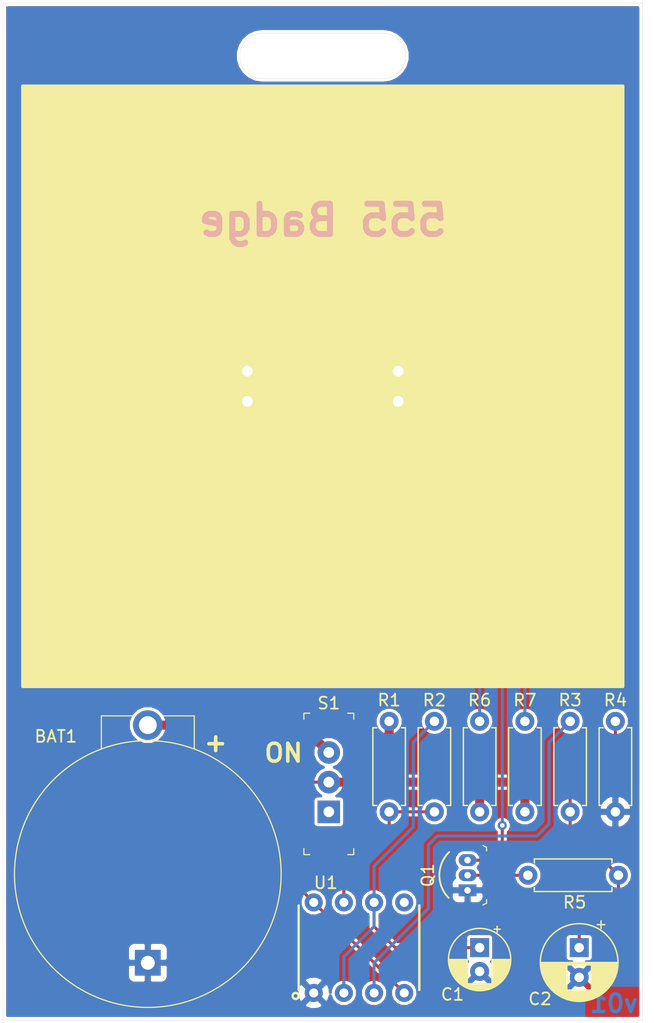
<source format=kicad_pcb>
(kicad_pcb (version 20171130) (host pcbnew "(5.0.2)-1")

  (general
    (thickness 1.6)
    (drawings 12)
    (tracks 68)
    (zones 0)
    (modules 15)
    (nets 14)
  )

  (page A4)
  (title_block
    (title "555 Badge")
    (rev v01)
    (comment 2 creativecommons.org/licenses/by/4.0/)
    (comment 3 "License: CC BY 4.0")
    (comment 4 "Author: Jeff Fernandez")
  )

  (layers
    (0 F.Cu signal)
    (31 B.Cu signal)
    (32 B.Adhes user)
    (33 F.Adhes user)
    (34 B.Paste user)
    (35 F.Paste user)
    (36 B.SilkS user)
    (37 F.SilkS user)
    (38 B.Mask user)
    (39 F.Mask user)
    (40 Dwgs.User user)
    (41 Cmts.User user)
    (42 Eco1.User user)
    (43 Eco2.User user)
    (44 Edge.Cuts user)
    (45 Margin user)
    (46 B.CrtYd user)
    (47 F.CrtYd user)
    (48 B.Fab user)
    (49 F.Fab user)
  )

  (setup
    (last_trace_width 0.254)
    (user_trace_width 0.762)
    (trace_clearance 0.254)
    (zone_clearance 0.254)
    (zone_45_only no)
    (trace_min 0.1524)
    (segment_width 0.2)
    (edge_width 0.1)
    (via_size 0.762)
    (via_drill 0.381)
    (via_min_size 0.6858)
    (via_min_drill 0.3302)
    (uvia_size 0.762)
    (uvia_drill 0.381)
    (uvias_allowed no)
    (uvia_min_size 0.6858)
    (uvia_min_drill 0.3302)
    (pcb_text_width 0.3)
    (pcb_text_size 1.5 1.5)
    (mod_edge_width 0.15)
    (mod_text_size 1 1)
    (mod_text_width 0.15)
    (pad_size 1.8 1.8)
    (pad_drill 0.9)
    (pad_to_mask_clearance 0.0508)
    (solder_mask_min_width 0.25)
    (aux_axis_origin 0 0)
    (visible_elements 7FFFFFFF)
    (pcbplotparams
      (layerselection 0x010f0_ffffffff)
      (usegerberextensions true)
      (usegerberattributes false)
      (usegerberadvancedattributes false)
      (creategerberjobfile false)
      (excludeedgelayer true)
      (linewidth 0.100000)
      (plotframeref false)
      (viasonmask false)
      (mode 1)
      (useauxorigin false)
      (hpglpennumber 1)
      (hpglpenspeed 20)
      (hpglpendiameter 15.000000)
      (psnegative false)
      (psa4output false)
      (plotreference true)
      (plotvalue false)
      (plotinvisibletext false)
      (padsonsilk false)
      (subtractmaskfromsilk false)
      (outputformat 1)
      (mirror false)
      (drillshape 0)
      (scaleselection 1)
      (outputdirectory "../gerbers/"))
  )

  (net 0 "")
  (net 1 GND)
  (net 2 "Net-(BAT1-PadPos)")
  (net 3 "Net-(C1-Pad1)")
  (net 4 "Net-(C2-Pad1)")
  (net 5 "Net-(D1-Pad1)")
  (net 6 "Net-(D1-Pad2)")
  (net 7 "Net-(D2-Pad2)")
  (net 8 "Net-(Q1-Pad2)")
  (net 9 VCC)
  (net 10 "Net-(R1-Pad2)")
  (net 11 "Net-(R3-Pad2)")
  (net 12 "Net-(S1-Pad1)")
  (net 13 "Net-(U1-Pad5)")

  (net_class Default "This is the default net class."
    (clearance 0.254)
    (trace_width 0.254)
    (via_dia 0.762)
    (via_drill 0.381)
    (uvia_dia 0.762)
    (uvia_drill 0.381)
    (add_net GND)
    (add_net "Net-(BAT1-PadPos)")
    (add_net "Net-(C1-Pad1)")
    (add_net "Net-(C2-Pad1)")
    (add_net "Net-(D1-Pad1)")
    (add_net "Net-(D1-Pad2)")
    (add_net "Net-(D2-Pad2)")
    (add_net "Net-(Q1-Pad2)")
    (add_net "Net-(R1-Pad2)")
    (add_net "Net-(R3-Pad2)")
    (add_net "Net-(S1-Pad1)")
    (add_net "Net-(U1-Pad5)")
    (add_net VCC)
  )

  (module digikey-footprints:Battery_Holder_Coin_2032_BS-7 (layer F.Cu) (tedit 5ACD0859) (tstamp 5C2AB4B9)
    (at 139.192 122.174 90)
    (descr http://www.memoryprotectiondevices.com/datasheets/BS-7-datasheet.pdf)
    (path /5C27F961)
    (fp_text reference BAT1 (at 19.05 -7.747 180) (layer F.SilkS)
      (effects (font (size 1 1) (thickness 0.15)))
    )
    (fp_text value BS-7 (at 7.62 1.524 90) (layer F.Fab)
      (effects (font (size 1 1) (thickness 0.15)))
    )
    (fp_line (start -3.9624 11.43) (end 21.5138 11.43) (layer F.CrtYd) (width 0.05))
    (fp_line (start -3.9624 -11.43) (end 21.5138 -11.43) (layer F.CrtYd) (width 0.05))
    (fp_line (start 21.5138 -11.43) (end 21.5138 11.43) (layer F.CrtYd) (width 0.05))
    (fp_line (start -3.9624 -11.43) (end -3.9624 11.43) (layer F.CrtYd) (width 0.05))
    (fp_line (start 20.7772 3.9116) (end 20.7772 1.0668) (layer F.SilkS) (width 0.1))
    (fp_line (start 20.7772 -3.9116) (end 20.7772 -1.0668) (layer F.SilkS) (width 0.1))
    (fp_line (start 18.034 3.9116) (end 20.7772 3.9116) (layer F.SilkS) (width 0.1))
    (fp_line (start 18.034 -3.9116) (end 20.7772 -3.9116) (layer F.SilkS) (width 0.1))
    (fp_line (start 20.6756 -3.81) (end 20.6756 3.81) (layer F.Fab) (width 0.1))
    (fp_line (start 17.9832 3.81) (end 20.6756 3.81) (layer F.Fab) (width 0.1))
    (fp_line (start 17.9832 -3.81) (end 20.6756 -3.81) (layer F.Fab) (width 0.1))
    (fp_text user %R (at 7.4676 0 90) (layer F.Fab)
      (effects (font (size 1 1) (thickness 0.15)))
    )
    (fp_circle (center 7.4676 0) (end -3.7592 0) (layer F.SilkS) (width 0.1))
    (fp_circle (center 7.4676 0) (end -3.7084 0) (layer F.Fab) (width 0.1))
    (pad Neg thru_hole rect (at 0 0 90) (size 2.17 2.17) (drill 1.17) (layers *.Cu *.Mask)
      (net 1 GND))
    (pad Pos thru_hole circle (at 20 0 90) (size 2.5 2.5) (drill 1.5) (layers *.Cu *.Mask)
      (net 2 "Net-(BAT1-PadPos)"))
  )

  (module Capacitor_THT:CP_Radial_D5.0mm_P2.00mm (layer F.Cu) (tedit 5C2BFA32) (tstamp 5C2AB53C)
    (at 167.132 120.904 270)
    (descr "CP, Radial series, Radial, pin pitch=2.00mm, , diameter=5mm, Electrolytic Capacitor")
    (tags "CP Radial series Radial pin pitch 2.00mm  diameter 5mm Electrolytic Capacitor")
    (path /5C27E86C)
    (fp_text reference C1 (at 3.937 2.286) (layer F.SilkS)
      (effects (font (size 1 1) (thickness 0.15)))
    )
    (fp_text value 10uF (at 0.889 -2.413 270) (layer F.Fab)
      (effects (font (size 1 1) (thickness 0.15)))
    )
    (fp_circle (center 1 0) (end 3.5 0) (layer F.Fab) (width 0.1))
    (fp_circle (center 1 0) (end 3.62 0) (layer F.SilkS) (width 0.12))
    (fp_circle (center 1 0) (end 3.75 0) (layer F.CrtYd) (width 0.05))
    (fp_line (start -1.133605 -1.0875) (end -0.633605 -1.0875) (layer F.Fab) (width 0.1))
    (fp_line (start -0.883605 -1.3375) (end -0.883605 -0.8375) (layer F.Fab) (width 0.1))
    (fp_line (start 1 1.04) (end 1 2.58) (layer F.SilkS) (width 0.12))
    (fp_line (start 1 -2.58) (end 1 -1.04) (layer F.SilkS) (width 0.12))
    (fp_line (start 1.04 1.04) (end 1.04 2.58) (layer F.SilkS) (width 0.12))
    (fp_line (start 1.04 -2.58) (end 1.04 -1.04) (layer F.SilkS) (width 0.12))
    (fp_line (start 1.08 -2.579) (end 1.08 -1.04) (layer F.SilkS) (width 0.12))
    (fp_line (start 1.08 1.04) (end 1.08 2.579) (layer F.SilkS) (width 0.12))
    (fp_line (start 1.12 -2.578) (end 1.12 -1.04) (layer F.SilkS) (width 0.12))
    (fp_line (start 1.12 1.04) (end 1.12 2.578) (layer F.SilkS) (width 0.12))
    (fp_line (start 1.16 -2.576) (end 1.16 -1.04) (layer F.SilkS) (width 0.12))
    (fp_line (start 1.16 1.04) (end 1.16 2.576) (layer F.SilkS) (width 0.12))
    (fp_line (start 1.2 -2.573) (end 1.2 -1.04) (layer F.SilkS) (width 0.12))
    (fp_line (start 1.2 1.04) (end 1.2 2.573) (layer F.SilkS) (width 0.12))
    (fp_line (start 1.24 -2.569) (end 1.24 -1.04) (layer F.SilkS) (width 0.12))
    (fp_line (start 1.24 1.04) (end 1.24 2.569) (layer F.SilkS) (width 0.12))
    (fp_line (start 1.28 -2.565) (end 1.28 -1.04) (layer F.SilkS) (width 0.12))
    (fp_line (start 1.28 1.04) (end 1.28 2.565) (layer F.SilkS) (width 0.12))
    (fp_line (start 1.32 -2.561) (end 1.32 -1.04) (layer F.SilkS) (width 0.12))
    (fp_line (start 1.32 1.04) (end 1.32 2.561) (layer F.SilkS) (width 0.12))
    (fp_line (start 1.36 -2.556) (end 1.36 -1.04) (layer F.SilkS) (width 0.12))
    (fp_line (start 1.36 1.04) (end 1.36 2.556) (layer F.SilkS) (width 0.12))
    (fp_line (start 1.4 -2.55) (end 1.4 -1.04) (layer F.SilkS) (width 0.12))
    (fp_line (start 1.4 1.04) (end 1.4 2.55) (layer F.SilkS) (width 0.12))
    (fp_line (start 1.44 -2.543) (end 1.44 -1.04) (layer F.SilkS) (width 0.12))
    (fp_line (start 1.44 1.04) (end 1.44 2.543) (layer F.SilkS) (width 0.12))
    (fp_line (start 1.48 -2.536) (end 1.48 -1.04) (layer F.SilkS) (width 0.12))
    (fp_line (start 1.48 1.04) (end 1.48 2.536) (layer F.SilkS) (width 0.12))
    (fp_line (start 1.52 -2.528) (end 1.52 -1.04) (layer F.SilkS) (width 0.12))
    (fp_line (start 1.52 1.04) (end 1.52 2.528) (layer F.SilkS) (width 0.12))
    (fp_line (start 1.56 -2.52) (end 1.56 -1.04) (layer F.SilkS) (width 0.12))
    (fp_line (start 1.56 1.04) (end 1.56 2.52) (layer F.SilkS) (width 0.12))
    (fp_line (start 1.6 -2.511) (end 1.6 -1.04) (layer F.SilkS) (width 0.12))
    (fp_line (start 1.6 1.04) (end 1.6 2.511) (layer F.SilkS) (width 0.12))
    (fp_line (start 1.64 -2.501) (end 1.64 -1.04) (layer F.SilkS) (width 0.12))
    (fp_line (start 1.64 1.04) (end 1.64 2.501) (layer F.SilkS) (width 0.12))
    (fp_line (start 1.68 -2.491) (end 1.68 -1.04) (layer F.SilkS) (width 0.12))
    (fp_line (start 1.68 1.04) (end 1.68 2.491) (layer F.SilkS) (width 0.12))
    (fp_line (start 1.721 -2.48) (end 1.721 -1.04) (layer F.SilkS) (width 0.12))
    (fp_line (start 1.721 1.04) (end 1.721 2.48) (layer F.SilkS) (width 0.12))
    (fp_line (start 1.761 -2.468) (end 1.761 -1.04) (layer F.SilkS) (width 0.12))
    (fp_line (start 1.761 1.04) (end 1.761 2.468) (layer F.SilkS) (width 0.12))
    (fp_line (start 1.801 -2.455) (end 1.801 -1.04) (layer F.SilkS) (width 0.12))
    (fp_line (start 1.801 1.04) (end 1.801 2.455) (layer F.SilkS) (width 0.12))
    (fp_line (start 1.841 -2.442) (end 1.841 -1.04) (layer F.SilkS) (width 0.12))
    (fp_line (start 1.841 1.04) (end 1.841 2.442) (layer F.SilkS) (width 0.12))
    (fp_line (start 1.881 -2.428) (end 1.881 -1.04) (layer F.SilkS) (width 0.12))
    (fp_line (start 1.881 1.04) (end 1.881 2.428) (layer F.SilkS) (width 0.12))
    (fp_line (start 1.921 -2.414) (end 1.921 -1.04) (layer F.SilkS) (width 0.12))
    (fp_line (start 1.921 1.04) (end 1.921 2.414) (layer F.SilkS) (width 0.12))
    (fp_line (start 1.961 -2.398) (end 1.961 -1.04) (layer F.SilkS) (width 0.12))
    (fp_line (start 1.961 1.04) (end 1.961 2.398) (layer F.SilkS) (width 0.12))
    (fp_line (start 2.001 -2.382) (end 2.001 -1.04) (layer F.SilkS) (width 0.12))
    (fp_line (start 2.001 1.04) (end 2.001 2.382) (layer F.SilkS) (width 0.12))
    (fp_line (start 2.041 -2.365) (end 2.041 -1.04) (layer F.SilkS) (width 0.12))
    (fp_line (start 2.041 1.04) (end 2.041 2.365) (layer F.SilkS) (width 0.12))
    (fp_line (start 2.081 -2.348) (end 2.081 -1.04) (layer F.SilkS) (width 0.12))
    (fp_line (start 2.081 1.04) (end 2.081 2.348) (layer F.SilkS) (width 0.12))
    (fp_line (start 2.121 -2.329) (end 2.121 -1.04) (layer F.SilkS) (width 0.12))
    (fp_line (start 2.121 1.04) (end 2.121 2.329) (layer F.SilkS) (width 0.12))
    (fp_line (start 2.161 -2.31) (end 2.161 -1.04) (layer F.SilkS) (width 0.12))
    (fp_line (start 2.161 1.04) (end 2.161 2.31) (layer F.SilkS) (width 0.12))
    (fp_line (start 2.201 -2.29) (end 2.201 -1.04) (layer F.SilkS) (width 0.12))
    (fp_line (start 2.201 1.04) (end 2.201 2.29) (layer F.SilkS) (width 0.12))
    (fp_line (start 2.241 -2.268) (end 2.241 -1.04) (layer F.SilkS) (width 0.12))
    (fp_line (start 2.241 1.04) (end 2.241 2.268) (layer F.SilkS) (width 0.12))
    (fp_line (start 2.281 -2.247) (end 2.281 -1.04) (layer F.SilkS) (width 0.12))
    (fp_line (start 2.281 1.04) (end 2.281 2.247) (layer F.SilkS) (width 0.12))
    (fp_line (start 2.321 -2.224) (end 2.321 -1.04) (layer F.SilkS) (width 0.12))
    (fp_line (start 2.321 1.04) (end 2.321 2.224) (layer F.SilkS) (width 0.12))
    (fp_line (start 2.361 -2.2) (end 2.361 -1.04) (layer F.SilkS) (width 0.12))
    (fp_line (start 2.361 1.04) (end 2.361 2.2) (layer F.SilkS) (width 0.12))
    (fp_line (start 2.401 -2.175) (end 2.401 -1.04) (layer F.SilkS) (width 0.12))
    (fp_line (start 2.401 1.04) (end 2.401 2.175) (layer F.SilkS) (width 0.12))
    (fp_line (start 2.441 -2.149) (end 2.441 -1.04) (layer F.SilkS) (width 0.12))
    (fp_line (start 2.441 1.04) (end 2.441 2.149) (layer F.SilkS) (width 0.12))
    (fp_line (start 2.481 -2.122) (end 2.481 -1.04) (layer F.SilkS) (width 0.12))
    (fp_line (start 2.481 1.04) (end 2.481 2.122) (layer F.SilkS) (width 0.12))
    (fp_line (start 2.521 -2.095) (end 2.521 -1.04) (layer F.SilkS) (width 0.12))
    (fp_line (start 2.521 1.04) (end 2.521 2.095) (layer F.SilkS) (width 0.12))
    (fp_line (start 2.561 -2.065) (end 2.561 -1.04) (layer F.SilkS) (width 0.12))
    (fp_line (start 2.561 1.04) (end 2.561 2.065) (layer F.SilkS) (width 0.12))
    (fp_line (start 2.601 -2.035) (end 2.601 -1.04) (layer F.SilkS) (width 0.12))
    (fp_line (start 2.601 1.04) (end 2.601 2.035) (layer F.SilkS) (width 0.12))
    (fp_line (start 2.641 -2.004) (end 2.641 -1.04) (layer F.SilkS) (width 0.12))
    (fp_line (start 2.641 1.04) (end 2.641 2.004) (layer F.SilkS) (width 0.12))
    (fp_line (start 2.681 -1.971) (end 2.681 -1.04) (layer F.SilkS) (width 0.12))
    (fp_line (start 2.681 1.04) (end 2.681 1.971) (layer F.SilkS) (width 0.12))
    (fp_line (start 2.721 -1.937) (end 2.721 -1.04) (layer F.SilkS) (width 0.12))
    (fp_line (start 2.721 1.04) (end 2.721 1.937) (layer F.SilkS) (width 0.12))
    (fp_line (start 2.761 -1.901) (end 2.761 -1.04) (layer F.SilkS) (width 0.12))
    (fp_line (start 2.761 1.04) (end 2.761 1.901) (layer F.SilkS) (width 0.12))
    (fp_line (start 2.801 -1.864) (end 2.801 -1.04) (layer F.SilkS) (width 0.12))
    (fp_line (start 2.801 1.04) (end 2.801 1.864) (layer F.SilkS) (width 0.12))
    (fp_line (start 2.841 -1.826) (end 2.841 -1.04) (layer F.SilkS) (width 0.12))
    (fp_line (start 2.841 1.04) (end 2.841 1.826) (layer F.SilkS) (width 0.12))
    (fp_line (start 2.881 -1.785) (end 2.881 -1.04) (layer F.SilkS) (width 0.12))
    (fp_line (start 2.881 1.04) (end 2.881 1.785) (layer F.SilkS) (width 0.12))
    (fp_line (start 2.921 -1.743) (end 2.921 -1.04) (layer F.SilkS) (width 0.12))
    (fp_line (start 2.921 1.04) (end 2.921 1.743) (layer F.SilkS) (width 0.12))
    (fp_line (start 2.961 -1.699) (end 2.961 -1.04) (layer F.SilkS) (width 0.12))
    (fp_line (start 2.961 1.04) (end 2.961 1.699) (layer F.SilkS) (width 0.12))
    (fp_line (start 3.001 -1.653) (end 3.001 -1.04) (layer F.SilkS) (width 0.12))
    (fp_line (start 3.001 1.04) (end 3.001 1.653) (layer F.SilkS) (width 0.12))
    (fp_line (start 3.041 -1.605) (end 3.041 1.605) (layer F.SilkS) (width 0.12))
    (fp_line (start 3.081 -1.554) (end 3.081 1.554) (layer F.SilkS) (width 0.12))
    (fp_line (start 3.121 -1.5) (end 3.121 1.5) (layer F.SilkS) (width 0.12))
    (fp_line (start 3.161 -1.443) (end 3.161 1.443) (layer F.SilkS) (width 0.12))
    (fp_line (start 3.201 -1.383) (end 3.201 1.383) (layer F.SilkS) (width 0.12))
    (fp_line (start 3.241 -1.319) (end 3.241 1.319) (layer F.SilkS) (width 0.12))
    (fp_line (start 3.281 -1.251) (end 3.281 1.251) (layer F.SilkS) (width 0.12))
    (fp_line (start 3.321 -1.178) (end 3.321 1.178) (layer F.SilkS) (width 0.12))
    (fp_line (start 3.361 -1.098) (end 3.361 1.098) (layer F.SilkS) (width 0.12))
    (fp_line (start 3.401 -1.011) (end 3.401 1.011) (layer F.SilkS) (width 0.12))
    (fp_line (start 3.441 -0.915) (end 3.441 0.915) (layer F.SilkS) (width 0.12))
    (fp_line (start 3.481 -0.805) (end 3.481 0.805) (layer F.SilkS) (width 0.12))
    (fp_line (start 3.521 -0.677) (end 3.521 0.677) (layer F.SilkS) (width 0.12))
    (fp_line (start 3.561 -0.518) (end 3.561 0.518) (layer F.SilkS) (width 0.12))
    (fp_line (start 3.601 -0.284) (end 3.601 0.284) (layer F.SilkS) (width 0.12))
    (fp_line (start -1.804775 -1.475) (end -1.304775 -1.475) (layer F.SilkS) (width 0.12))
    (fp_line (start -1.554775 -1.725) (end -1.554775 -1.225) (layer F.SilkS) (width 0.12))
    (fp_text user %R (at 1.016 0 270) (layer F.Fab)
      (effects (font (size 1 1) (thickness 0.15)))
    )
    (pad 1 thru_hole rect (at 0 0 270) (size 1.6 1.6) (drill 0.8) (layers *.Cu *.Mask)
      (net 3 "Net-(C1-Pad1)"))
    (pad 2 thru_hole circle (at 2 0 270) (size 1.6 1.6) (drill 0.8) (layers *.Cu *.Mask)
      (net 1 GND))
    (model ${KISYS3DMOD}/Capacitor_THT.3dshapes/CP_Radial_D5.0mm_P2.00mm.wrl
      (at (xyz 0 0 0))
      (scale (xyz 1 1 1))
      (rotate (xyz 0 0 0))
    )
  )

  (module Capacitor_THT:CP_Radial_D6.3mm_P2.50mm (layer F.Cu) (tedit 5AE50EF0) (tstamp 5C2AB5D0)
    (at 175.514 120.904 270)
    (descr "CP, Radial series, Radial, pin pitch=2.50mm, , diameter=6.3mm, Electrolytic Capacitor")
    (tags "CP Radial series Radial pin pitch 2.50mm  diameter 6.3mm Electrolytic Capacitor")
    (path /5C27E8D6)
    (fp_text reference C2 (at 4.318 3.302) (layer F.SilkS)
      (effects (font (size 1 1) (thickness 0.15)))
    )
    (fp_text value 100uF (at 1.25 -4.318 270) (layer F.Fab)
      (effects (font (size 1 1) (thickness 0.15)))
    )
    (fp_circle (center 1.25 0) (end 4.4 0) (layer F.Fab) (width 0.1))
    (fp_circle (center 1.25 0) (end 4.52 0) (layer F.SilkS) (width 0.12))
    (fp_circle (center 1.25 0) (end 4.65 0) (layer F.CrtYd) (width 0.05))
    (fp_line (start -1.443972 -1.3735) (end -0.813972 -1.3735) (layer F.Fab) (width 0.1))
    (fp_line (start -1.128972 -1.6885) (end -1.128972 -1.0585) (layer F.Fab) (width 0.1))
    (fp_line (start 1.25 -3.23) (end 1.25 3.23) (layer F.SilkS) (width 0.12))
    (fp_line (start 1.29 -3.23) (end 1.29 3.23) (layer F.SilkS) (width 0.12))
    (fp_line (start 1.33 -3.23) (end 1.33 3.23) (layer F.SilkS) (width 0.12))
    (fp_line (start 1.37 -3.228) (end 1.37 3.228) (layer F.SilkS) (width 0.12))
    (fp_line (start 1.41 -3.227) (end 1.41 3.227) (layer F.SilkS) (width 0.12))
    (fp_line (start 1.45 -3.224) (end 1.45 3.224) (layer F.SilkS) (width 0.12))
    (fp_line (start 1.49 -3.222) (end 1.49 -1.04) (layer F.SilkS) (width 0.12))
    (fp_line (start 1.49 1.04) (end 1.49 3.222) (layer F.SilkS) (width 0.12))
    (fp_line (start 1.53 -3.218) (end 1.53 -1.04) (layer F.SilkS) (width 0.12))
    (fp_line (start 1.53 1.04) (end 1.53 3.218) (layer F.SilkS) (width 0.12))
    (fp_line (start 1.57 -3.215) (end 1.57 -1.04) (layer F.SilkS) (width 0.12))
    (fp_line (start 1.57 1.04) (end 1.57 3.215) (layer F.SilkS) (width 0.12))
    (fp_line (start 1.61 -3.211) (end 1.61 -1.04) (layer F.SilkS) (width 0.12))
    (fp_line (start 1.61 1.04) (end 1.61 3.211) (layer F.SilkS) (width 0.12))
    (fp_line (start 1.65 -3.206) (end 1.65 -1.04) (layer F.SilkS) (width 0.12))
    (fp_line (start 1.65 1.04) (end 1.65 3.206) (layer F.SilkS) (width 0.12))
    (fp_line (start 1.69 -3.201) (end 1.69 -1.04) (layer F.SilkS) (width 0.12))
    (fp_line (start 1.69 1.04) (end 1.69 3.201) (layer F.SilkS) (width 0.12))
    (fp_line (start 1.73 -3.195) (end 1.73 -1.04) (layer F.SilkS) (width 0.12))
    (fp_line (start 1.73 1.04) (end 1.73 3.195) (layer F.SilkS) (width 0.12))
    (fp_line (start 1.77 -3.189) (end 1.77 -1.04) (layer F.SilkS) (width 0.12))
    (fp_line (start 1.77 1.04) (end 1.77 3.189) (layer F.SilkS) (width 0.12))
    (fp_line (start 1.81 -3.182) (end 1.81 -1.04) (layer F.SilkS) (width 0.12))
    (fp_line (start 1.81 1.04) (end 1.81 3.182) (layer F.SilkS) (width 0.12))
    (fp_line (start 1.85 -3.175) (end 1.85 -1.04) (layer F.SilkS) (width 0.12))
    (fp_line (start 1.85 1.04) (end 1.85 3.175) (layer F.SilkS) (width 0.12))
    (fp_line (start 1.89 -3.167) (end 1.89 -1.04) (layer F.SilkS) (width 0.12))
    (fp_line (start 1.89 1.04) (end 1.89 3.167) (layer F.SilkS) (width 0.12))
    (fp_line (start 1.93 -3.159) (end 1.93 -1.04) (layer F.SilkS) (width 0.12))
    (fp_line (start 1.93 1.04) (end 1.93 3.159) (layer F.SilkS) (width 0.12))
    (fp_line (start 1.971 -3.15) (end 1.971 -1.04) (layer F.SilkS) (width 0.12))
    (fp_line (start 1.971 1.04) (end 1.971 3.15) (layer F.SilkS) (width 0.12))
    (fp_line (start 2.011 -3.141) (end 2.011 -1.04) (layer F.SilkS) (width 0.12))
    (fp_line (start 2.011 1.04) (end 2.011 3.141) (layer F.SilkS) (width 0.12))
    (fp_line (start 2.051 -3.131) (end 2.051 -1.04) (layer F.SilkS) (width 0.12))
    (fp_line (start 2.051 1.04) (end 2.051 3.131) (layer F.SilkS) (width 0.12))
    (fp_line (start 2.091 -3.121) (end 2.091 -1.04) (layer F.SilkS) (width 0.12))
    (fp_line (start 2.091 1.04) (end 2.091 3.121) (layer F.SilkS) (width 0.12))
    (fp_line (start 2.131 -3.11) (end 2.131 -1.04) (layer F.SilkS) (width 0.12))
    (fp_line (start 2.131 1.04) (end 2.131 3.11) (layer F.SilkS) (width 0.12))
    (fp_line (start 2.171 -3.098) (end 2.171 -1.04) (layer F.SilkS) (width 0.12))
    (fp_line (start 2.171 1.04) (end 2.171 3.098) (layer F.SilkS) (width 0.12))
    (fp_line (start 2.211 -3.086) (end 2.211 -1.04) (layer F.SilkS) (width 0.12))
    (fp_line (start 2.211 1.04) (end 2.211 3.086) (layer F.SilkS) (width 0.12))
    (fp_line (start 2.251 -3.074) (end 2.251 -1.04) (layer F.SilkS) (width 0.12))
    (fp_line (start 2.251 1.04) (end 2.251 3.074) (layer F.SilkS) (width 0.12))
    (fp_line (start 2.291 -3.061) (end 2.291 -1.04) (layer F.SilkS) (width 0.12))
    (fp_line (start 2.291 1.04) (end 2.291 3.061) (layer F.SilkS) (width 0.12))
    (fp_line (start 2.331 -3.047) (end 2.331 -1.04) (layer F.SilkS) (width 0.12))
    (fp_line (start 2.331 1.04) (end 2.331 3.047) (layer F.SilkS) (width 0.12))
    (fp_line (start 2.371 -3.033) (end 2.371 -1.04) (layer F.SilkS) (width 0.12))
    (fp_line (start 2.371 1.04) (end 2.371 3.033) (layer F.SilkS) (width 0.12))
    (fp_line (start 2.411 -3.018) (end 2.411 -1.04) (layer F.SilkS) (width 0.12))
    (fp_line (start 2.411 1.04) (end 2.411 3.018) (layer F.SilkS) (width 0.12))
    (fp_line (start 2.451 -3.002) (end 2.451 -1.04) (layer F.SilkS) (width 0.12))
    (fp_line (start 2.451 1.04) (end 2.451 3.002) (layer F.SilkS) (width 0.12))
    (fp_line (start 2.491 -2.986) (end 2.491 -1.04) (layer F.SilkS) (width 0.12))
    (fp_line (start 2.491 1.04) (end 2.491 2.986) (layer F.SilkS) (width 0.12))
    (fp_line (start 2.531 -2.97) (end 2.531 -1.04) (layer F.SilkS) (width 0.12))
    (fp_line (start 2.531 1.04) (end 2.531 2.97) (layer F.SilkS) (width 0.12))
    (fp_line (start 2.571 -2.952) (end 2.571 -1.04) (layer F.SilkS) (width 0.12))
    (fp_line (start 2.571 1.04) (end 2.571 2.952) (layer F.SilkS) (width 0.12))
    (fp_line (start 2.611 -2.934) (end 2.611 -1.04) (layer F.SilkS) (width 0.12))
    (fp_line (start 2.611 1.04) (end 2.611 2.934) (layer F.SilkS) (width 0.12))
    (fp_line (start 2.651 -2.916) (end 2.651 -1.04) (layer F.SilkS) (width 0.12))
    (fp_line (start 2.651 1.04) (end 2.651 2.916) (layer F.SilkS) (width 0.12))
    (fp_line (start 2.691 -2.896) (end 2.691 -1.04) (layer F.SilkS) (width 0.12))
    (fp_line (start 2.691 1.04) (end 2.691 2.896) (layer F.SilkS) (width 0.12))
    (fp_line (start 2.731 -2.876) (end 2.731 -1.04) (layer F.SilkS) (width 0.12))
    (fp_line (start 2.731 1.04) (end 2.731 2.876) (layer F.SilkS) (width 0.12))
    (fp_line (start 2.771 -2.856) (end 2.771 -1.04) (layer F.SilkS) (width 0.12))
    (fp_line (start 2.771 1.04) (end 2.771 2.856) (layer F.SilkS) (width 0.12))
    (fp_line (start 2.811 -2.834) (end 2.811 -1.04) (layer F.SilkS) (width 0.12))
    (fp_line (start 2.811 1.04) (end 2.811 2.834) (layer F.SilkS) (width 0.12))
    (fp_line (start 2.851 -2.812) (end 2.851 -1.04) (layer F.SilkS) (width 0.12))
    (fp_line (start 2.851 1.04) (end 2.851 2.812) (layer F.SilkS) (width 0.12))
    (fp_line (start 2.891 -2.79) (end 2.891 -1.04) (layer F.SilkS) (width 0.12))
    (fp_line (start 2.891 1.04) (end 2.891 2.79) (layer F.SilkS) (width 0.12))
    (fp_line (start 2.931 -2.766) (end 2.931 -1.04) (layer F.SilkS) (width 0.12))
    (fp_line (start 2.931 1.04) (end 2.931 2.766) (layer F.SilkS) (width 0.12))
    (fp_line (start 2.971 -2.742) (end 2.971 -1.04) (layer F.SilkS) (width 0.12))
    (fp_line (start 2.971 1.04) (end 2.971 2.742) (layer F.SilkS) (width 0.12))
    (fp_line (start 3.011 -2.716) (end 3.011 -1.04) (layer F.SilkS) (width 0.12))
    (fp_line (start 3.011 1.04) (end 3.011 2.716) (layer F.SilkS) (width 0.12))
    (fp_line (start 3.051 -2.69) (end 3.051 -1.04) (layer F.SilkS) (width 0.12))
    (fp_line (start 3.051 1.04) (end 3.051 2.69) (layer F.SilkS) (width 0.12))
    (fp_line (start 3.091 -2.664) (end 3.091 -1.04) (layer F.SilkS) (width 0.12))
    (fp_line (start 3.091 1.04) (end 3.091 2.664) (layer F.SilkS) (width 0.12))
    (fp_line (start 3.131 -2.636) (end 3.131 -1.04) (layer F.SilkS) (width 0.12))
    (fp_line (start 3.131 1.04) (end 3.131 2.636) (layer F.SilkS) (width 0.12))
    (fp_line (start 3.171 -2.607) (end 3.171 -1.04) (layer F.SilkS) (width 0.12))
    (fp_line (start 3.171 1.04) (end 3.171 2.607) (layer F.SilkS) (width 0.12))
    (fp_line (start 3.211 -2.578) (end 3.211 -1.04) (layer F.SilkS) (width 0.12))
    (fp_line (start 3.211 1.04) (end 3.211 2.578) (layer F.SilkS) (width 0.12))
    (fp_line (start 3.251 -2.548) (end 3.251 -1.04) (layer F.SilkS) (width 0.12))
    (fp_line (start 3.251 1.04) (end 3.251 2.548) (layer F.SilkS) (width 0.12))
    (fp_line (start 3.291 -2.516) (end 3.291 -1.04) (layer F.SilkS) (width 0.12))
    (fp_line (start 3.291 1.04) (end 3.291 2.516) (layer F.SilkS) (width 0.12))
    (fp_line (start 3.331 -2.484) (end 3.331 -1.04) (layer F.SilkS) (width 0.12))
    (fp_line (start 3.331 1.04) (end 3.331 2.484) (layer F.SilkS) (width 0.12))
    (fp_line (start 3.371 -2.45) (end 3.371 -1.04) (layer F.SilkS) (width 0.12))
    (fp_line (start 3.371 1.04) (end 3.371 2.45) (layer F.SilkS) (width 0.12))
    (fp_line (start 3.411 -2.416) (end 3.411 -1.04) (layer F.SilkS) (width 0.12))
    (fp_line (start 3.411 1.04) (end 3.411 2.416) (layer F.SilkS) (width 0.12))
    (fp_line (start 3.451 -2.38) (end 3.451 -1.04) (layer F.SilkS) (width 0.12))
    (fp_line (start 3.451 1.04) (end 3.451 2.38) (layer F.SilkS) (width 0.12))
    (fp_line (start 3.491 -2.343) (end 3.491 -1.04) (layer F.SilkS) (width 0.12))
    (fp_line (start 3.491 1.04) (end 3.491 2.343) (layer F.SilkS) (width 0.12))
    (fp_line (start 3.531 -2.305) (end 3.531 -1.04) (layer F.SilkS) (width 0.12))
    (fp_line (start 3.531 1.04) (end 3.531 2.305) (layer F.SilkS) (width 0.12))
    (fp_line (start 3.571 -2.265) (end 3.571 2.265) (layer F.SilkS) (width 0.12))
    (fp_line (start 3.611 -2.224) (end 3.611 2.224) (layer F.SilkS) (width 0.12))
    (fp_line (start 3.651 -2.182) (end 3.651 2.182) (layer F.SilkS) (width 0.12))
    (fp_line (start 3.691 -2.137) (end 3.691 2.137) (layer F.SilkS) (width 0.12))
    (fp_line (start 3.731 -2.092) (end 3.731 2.092) (layer F.SilkS) (width 0.12))
    (fp_line (start 3.771 -2.044) (end 3.771 2.044) (layer F.SilkS) (width 0.12))
    (fp_line (start 3.811 -1.995) (end 3.811 1.995) (layer F.SilkS) (width 0.12))
    (fp_line (start 3.851 -1.944) (end 3.851 1.944) (layer F.SilkS) (width 0.12))
    (fp_line (start 3.891 -1.89) (end 3.891 1.89) (layer F.SilkS) (width 0.12))
    (fp_line (start 3.931 -1.834) (end 3.931 1.834) (layer F.SilkS) (width 0.12))
    (fp_line (start 3.971 -1.776) (end 3.971 1.776) (layer F.SilkS) (width 0.12))
    (fp_line (start 4.011 -1.714) (end 4.011 1.714) (layer F.SilkS) (width 0.12))
    (fp_line (start 4.051 -1.65) (end 4.051 1.65) (layer F.SilkS) (width 0.12))
    (fp_line (start 4.091 -1.581) (end 4.091 1.581) (layer F.SilkS) (width 0.12))
    (fp_line (start 4.131 -1.509) (end 4.131 1.509) (layer F.SilkS) (width 0.12))
    (fp_line (start 4.171 -1.432) (end 4.171 1.432) (layer F.SilkS) (width 0.12))
    (fp_line (start 4.211 -1.35) (end 4.211 1.35) (layer F.SilkS) (width 0.12))
    (fp_line (start 4.251 -1.262) (end 4.251 1.262) (layer F.SilkS) (width 0.12))
    (fp_line (start 4.291 -1.165) (end 4.291 1.165) (layer F.SilkS) (width 0.12))
    (fp_line (start 4.331 -1.059) (end 4.331 1.059) (layer F.SilkS) (width 0.12))
    (fp_line (start 4.371 -0.94) (end 4.371 0.94) (layer F.SilkS) (width 0.12))
    (fp_line (start 4.411 -0.802) (end 4.411 0.802) (layer F.SilkS) (width 0.12))
    (fp_line (start 4.451 -0.633) (end 4.451 0.633) (layer F.SilkS) (width 0.12))
    (fp_line (start 4.491 -0.402) (end 4.491 0.402) (layer F.SilkS) (width 0.12))
    (fp_line (start -2.250241 -1.839) (end -1.620241 -1.839) (layer F.SilkS) (width 0.12))
    (fp_line (start -1.935241 -2.154) (end -1.935241 -1.524) (layer F.SilkS) (width 0.12))
    (fp_text user %R (at 1.25 0 270) (layer F.Fab)
      (effects (font (size 1 1) (thickness 0.15)))
    )
    (pad 1 thru_hole rect (at 0 0 270) (size 1.6 1.6) (drill 0.8) (layers *.Cu *.Mask)
      (net 4 "Net-(C2-Pad1)"))
    (pad 2 thru_hole circle (at 2.5 0 270) (size 1.6 1.6) (drill 0.8) (layers *.Cu *.Mask)
      (net 1 GND))
    (model ${KISYS3DMOD}/Capacitor_THT.3dshapes/CP_Radial_D6.3mm_P2.50mm.wrl
      (at (xyz 0 0 0))
      (scale (xyz 1 1 1))
      (rotate (xyz 0 0 0))
    )
  )

  (module LED_THT:LED_D3.0mm (layer F.Cu) (tedit 587A3A7B) (tstamp 5C2AB5E3)
    (at 147.574 74.93 90)
    (descr "LED, diameter 3.0mm, 2 pins")
    (tags "LED diameter 3.0mm 2 pins")
    (path /5C27EB1A)
    (fp_text reference D1 (at 4.445 0 180) (layer F.SilkS)
      (effects (font (size 1 1) (thickness 0.15)))
    )
    (fp_text value RED (at 1.27 2.96 90) (layer F.Fab)
      (effects (font (size 1 1) (thickness 0.15)))
    )
    (fp_arc (start 1.27 0) (end -0.23 -1.16619) (angle 284.3) (layer F.Fab) (width 0.1))
    (fp_arc (start 1.27 0) (end -0.29 -1.235516) (angle 108.8) (layer F.SilkS) (width 0.12))
    (fp_arc (start 1.27 0) (end -0.29 1.235516) (angle -108.8) (layer F.SilkS) (width 0.12))
    (fp_arc (start 1.27 0) (end 0.229039 -1.08) (angle 87.9) (layer F.SilkS) (width 0.12))
    (fp_arc (start 1.27 0) (end 0.229039 1.08) (angle -87.9) (layer F.SilkS) (width 0.12))
    (fp_circle (center 1.27 0) (end 2.77 0) (layer F.Fab) (width 0.1))
    (fp_line (start -0.23 -1.16619) (end -0.23 1.16619) (layer F.Fab) (width 0.1))
    (fp_line (start -0.29 -1.236) (end -0.29 -1.08) (layer F.SilkS) (width 0.12))
    (fp_line (start -0.29 1.08) (end -0.29 1.236) (layer F.SilkS) (width 0.12))
    (fp_line (start -1.15 -2.25) (end -1.15 2.25) (layer F.CrtYd) (width 0.05))
    (fp_line (start -1.15 2.25) (end 3.7 2.25) (layer F.CrtYd) (width 0.05))
    (fp_line (start 3.7 2.25) (end 3.7 -2.25) (layer F.CrtYd) (width 0.05))
    (fp_line (start 3.7 -2.25) (end -1.15 -2.25) (layer F.CrtYd) (width 0.05))
    (pad 1 thru_hole rect (at 0 0 90) (size 1.8 1.8) (drill 0.9) (layers *.Cu *.Mask)
      (net 5 "Net-(D1-Pad1)"))
    (pad 2 thru_hole circle (at 2.54 0 90) (size 1.8 1.8) (drill 0.9) (layers *.Cu *.Mask)
      (net 6 "Net-(D1-Pad2)"))
    (model ${KISYS3DMOD}/LED_THT.3dshapes/LED_D3.0mm.wrl
      (at (xyz 0 0 0))
      (scale (xyz 1 1 1))
      (rotate (xyz 0 0 0))
    )
  )

  (module LED_THT:LED_D3.0mm (layer F.Cu) (tedit 587A3A7B) (tstamp 5C2AB5F6)
    (at 160.274 74.93 90)
    (descr "LED, diameter 3.0mm, 2 pins")
    (tags "LED diameter 3.0mm 2 pins")
    (path /5C27EBB3)
    (fp_text reference D2 (at 4.445 0 180) (layer F.SilkS)
      (effects (font (size 1 1) (thickness 0.15)))
    )
    (fp_text value RED (at 1.27 2.96 90) (layer F.Fab)
      (effects (font (size 1 1) (thickness 0.15)))
    )
    (fp_line (start 3.7 -2.25) (end -1.15 -2.25) (layer F.CrtYd) (width 0.05))
    (fp_line (start 3.7 2.25) (end 3.7 -2.25) (layer F.CrtYd) (width 0.05))
    (fp_line (start -1.15 2.25) (end 3.7 2.25) (layer F.CrtYd) (width 0.05))
    (fp_line (start -1.15 -2.25) (end -1.15 2.25) (layer F.CrtYd) (width 0.05))
    (fp_line (start -0.29 1.08) (end -0.29 1.236) (layer F.SilkS) (width 0.12))
    (fp_line (start -0.29 -1.236) (end -0.29 -1.08) (layer F.SilkS) (width 0.12))
    (fp_line (start -0.23 -1.16619) (end -0.23 1.16619) (layer F.Fab) (width 0.1))
    (fp_circle (center 1.27 0) (end 2.77 0) (layer F.Fab) (width 0.1))
    (fp_arc (start 1.27 0) (end 0.229039 1.08) (angle -87.9) (layer F.SilkS) (width 0.12))
    (fp_arc (start 1.27 0) (end 0.229039 -1.08) (angle 87.9) (layer F.SilkS) (width 0.12))
    (fp_arc (start 1.27 0) (end -0.29 1.235516) (angle -108.8) (layer F.SilkS) (width 0.12))
    (fp_arc (start 1.27 0) (end -0.29 -1.235516) (angle 108.8) (layer F.SilkS) (width 0.12))
    (fp_arc (start 1.27 0) (end -0.23 -1.16619) (angle 284.3) (layer F.Fab) (width 0.1))
    (pad 2 thru_hole circle (at 2.54 0 90) (size 1.8 1.8) (drill 0.9) (layers *.Cu *.Mask)
      (net 7 "Net-(D2-Pad2)"))
    (pad 1 thru_hole rect (at 0 0 90) (size 1.8 1.8) (drill 0.9) (layers *.Cu *.Mask)
      (net 5 "Net-(D1-Pad1)"))
    (model ${KISYS3DMOD}/LED_THT.3dshapes/LED_D3.0mm.wrl
      (at (xyz 0 0 0))
      (scale (xyz 1 1 1))
      (rotate (xyz 0 0 0))
    )
  )

  (module digikey-footprints:TO-92-3 (layer F.Cu) (tedit 5AF9CDD1) (tstamp 5C2AB60A)
    (at 166.116 116.078 90)
    (descr http://www.ti.com/lit/ds/symlink/tl431a.pdf)
    (path /5C27ED3F)
    (fp_text reference Q1 (at 1.27 -3.35 270) (layer F.SilkS)
      (effects (font (size 1 1) (thickness 0.15)))
    )
    (fp_text value 2N3904 (at 1.27 2.5 90) (layer F.Fab)
      (effects (font (size 1 1) (thickness 0.15)))
    )
    (fp_arc (start 1.27 0.35) (end -0.63 -1.6) (angle 90) (layer F.SilkS) (width 0.15))
    (fp_line (start 3.57 1.5) (end -1.03 1.5) (layer F.Fab) (width 0.15))
    (fp_arc (start 1.27 0.3) (end -1.03 1.5) (angle 235) (layer F.Fab) (width 0.15))
    (fp_arc (start 1.27 0.3) (end -1.33 0.3) (angle 90) (layer F.Fab) (width 0.15))
    (fp_line (start -1.63 -2.5) (end 4.17 -2.5) (layer F.CrtYd) (width 0.05))
    (fp_line (start -1.63 1.75) (end 4.17 1.75) (layer F.CrtYd) (width 0.05))
    (fp_line (start -1.63 1.75) (end -1.63 -2.5) (layer F.CrtYd) (width 0.05))
    (fp_line (start 4.17 1.75) (end 4.17 -2.5) (layer F.CrtYd) (width 0.05))
    (fp_line (start 3.62 1.6) (end 3.77 1.3) (layer F.SilkS) (width 0.1))
    (fp_line (start 3.62 1.6) (end 3.32 1.6) (layer F.SilkS) (width 0.1))
    (fp_line (start -0.78 1.6) (end -1.08 1.6) (layer F.SilkS) (width 0.1))
    (fp_line (start -1.08 1.6) (end -1.23 1.3) (layer F.SilkS) (width 0.1))
    (fp_text user %R (at 1.27 0 270) (layer F.Fab)
      (effects (font (size 0.75 0.75) (thickness 0.15)))
    )
    (pad 2 thru_hole oval (at 1.27 0 270) (size 1 1.5) (drill 0.55) (layers *.Cu *.Mask)
      (net 8 "Net-(Q1-Pad2)"))
    (pad 3 thru_hole oval (at 2.54 0 270) (size 1 1.5) (drill 0.55) (layers *.Cu *.Mask)
      (net 5 "Net-(D1-Pad1)"))
    (pad 1 thru_hole rect (at 0 0 270) (size 1 1.5) (drill 0.55) (layers *.Cu *.Mask)
      (net 1 GND))
  )

  (module Resistor_THT:R_Axial_DIN0207_L6.3mm_D2.5mm_P7.62mm_Horizontal (layer F.Cu) (tedit 5AE5139B) (tstamp 5C2AB621)
    (at 159.512 101.854 270)
    (descr "Resistor, Axial_DIN0207 series, Axial, Horizontal, pin pitch=7.62mm, 0.25W = 1/4W, length*diameter=6.3*2.5mm^2, http://cdn-reichelt.de/documents/datenblatt/B400/1_4W%23YAG.pdf")
    (tags "Resistor Axial_DIN0207 series Axial Horizontal pin pitch 7.62mm 0.25W = 1/4W length 6.3mm diameter 2.5mm")
    (path /5C27DD1C)
    (fp_text reference R1 (at -1.778 0) (layer F.SilkS)
      (effects (font (size 1 1) (thickness 0.15)))
    )
    (fp_text value 22k (at 3.683 0 270) (layer F.Fab)
      (effects (font (size 1 1) (thickness 0.15)))
    )
    (fp_line (start 0.66 -1.25) (end 0.66 1.25) (layer F.Fab) (width 0.1))
    (fp_line (start 0.66 1.25) (end 6.96 1.25) (layer F.Fab) (width 0.1))
    (fp_line (start 6.96 1.25) (end 6.96 -1.25) (layer F.Fab) (width 0.1))
    (fp_line (start 6.96 -1.25) (end 0.66 -1.25) (layer F.Fab) (width 0.1))
    (fp_line (start 0 0) (end 0.66 0) (layer F.Fab) (width 0.1))
    (fp_line (start 7.62 0) (end 6.96 0) (layer F.Fab) (width 0.1))
    (fp_line (start 0.54 -1.04) (end 0.54 -1.37) (layer F.SilkS) (width 0.12))
    (fp_line (start 0.54 -1.37) (end 7.08 -1.37) (layer F.SilkS) (width 0.12))
    (fp_line (start 7.08 -1.37) (end 7.08 -1.04) (layer F.SilkS) (width 0.12))
    (fp_line (start 0.54 1.04) (end 0.54 1.37) (layer F.SilkS) (width 0.12))
    (fp_line (start 0.54 1.37) (end 7.08 1.37) (layer F.SilkS) (width 0.12))
    (fp_line (start 7.08 1.37) (end 7.08 1.04) (layer F.SilkS) (width 0.12))
    (fp_line (start -1.05 -1.5) (end -1.05 1.5) (layer F.CrtYd) (width 0.05))
    (fp_line (start -1.05 1.5) (end 8.67 1.5) (layer F.CrtYd) (width 0.05))
    (fp_line (start 8.67 1.5) (end 8.67 -1.5) (layer F.CrtYd) (width 0.05))
    (fp_line (start 8.67 -1.5) (end -1.05 -1.5) (layer F.CrtYd) (width 0.05))
    (fp_text user %R (at 3.81 2.159 270) (layer F.Fab)
      (effects (font (size 1 1) (thickness 0.15)))
    )
    (pad 1 thru_hole circle (at 0 0 270) (size 1.6 1.6) (drill 0.8) (layers *.Cu *.Mask)
      (net 9 VCC))
    (pad 2 thru_hole oval (at 7.62 0 270) (size 1.6 1.6) (drill 0.8) (layers *.Cu *.Mask)
      (net 10 "Net-(R1-Pad2)"))
    (model ${KISYS3DMOD}/Resistor_THT.3dshapes/R_Axial_DIN0207_L6.3mm_D2.5mm_P7.62mm_Horizontal.wrl
      (at (xyz 0 0 0))
      (scale (xyz 1 1 1))
      (rotate (xyz 0 0 0))
    )
  )

  (module Resistor_THT:R_Axial_DIN0207_L6.3mm_D2.5mm_P7.62mm_Horizontal (layer F.Cu) (tedit 5AE5139B) (tstamp 5C2AB638)
    (at 163.322 109.474 90)
    (descr "Resistor, Axial_DIN0207 series, Axial, Horizontal, pin pitch=7.62mm, 0.25W = 1/4W, length*diameter=6.3*2.5mm^2, http://cdn-reichelt.de/documents/datenblatt/B400/1_4W%23YAG.pdf")
    (tags "Resistor Axial_DIN0207 series Axial Horizontal pin pitch 7.62mm 0.25W = 1/4W length 6.3mm diameter 2.5mm")
    (path /5C27DDB4)
    (fp_text reference R2 (at 9.398 0 180) (layer F.SilkS)
      (effects (font (size 1 1) (thickness 0.15)))
    )
    (fp_text value 330k (at 3.81 0 90) (layer F.Fab)
      (effects (font (size 1 1) (thickness 0.15)))
    )
    (fp_text user %R (at 3.81 -1.905 90) (layer F.Fab)
      (effects (font (size 1 1) (thickness 0.15)))
    )
    (fp_line (start 8.67 -1.5) (end -1.05 -1.5) (layer F.CrtYd) (width 0.05))
    (fp_line (start 8.67 1.5) (end 8.67 -1.5) (layer F.CrtYd) (width 0.05))
    (fp_line (start -1.05 1.5) (end 8.67 1.5) (layer F.CrtYd) (width 0.05))
    (fp_line (start -1.05 -1.5) (end -1.05 1.5) (layer F.CrtYd) (width 0.05))
    (fp_line (start 7.08 1.37) (end 7.08 1.04) (layer F.SilkS) (width 0.12))
    (fp_line (start 0.54 1.37) (end 7.08 1.37) (layer F.SilkS) (width 0.12))
    (fp_line (start 0.54 1.04) (end 0.54 1.37) (layer F.SilkS) (width 0.12))
    (fp_line (start 7.08 -1.37) (end 7.08 -1.04) (layer F.SilkS) (width 0.12))
    (fp_line (start 0.54 -1.37) (end 7.08 -1.37) (layer F.SilkS) (width 0.12))
    (fp_line (start 0.54 -1.04) (end 0.54 -1.37) (layer F.SilkS) (width 0.12))
    (fp_line (start 7.62 0) (end 6.96 0) (layer F.Fab) (width 0.1))
    (fp_line (start 0 0) (end 0.66 0) (layer F.Fab) (width 0.1))
    (fp_line (start 6.96 -1.25) (end 0.66 -1.25) (layer F.Fab) (width 0.1))
    (fp_line (start 6.96 1.25) (end 6.96 -1.25) (layer F.Fab) (width 0.1))
    (fp_line (start 0.66 1.25) (end 6.96 1.25) (layer F.Fab) (width 0.1))
    (fp_line (start 0.66 -1.25) (end 0.66 1.25) (layer F.Fab) (width 0.1))
    (pad 2 thru_hole oval (at 7.62 0 90) (size 1.6 1.6) (drill 0.8) (layers *.Cu *.Mask)
      (net 3 "Net-(C1-Pad1)"))
    (pad 1 thru_hole circle (at 0 0 90) (size 1.6 1.6) (drill 0.8) (layers *.Cu *.Mask)
      (net 10 "Net-(R1-Pad2)"))
    (model ${KISYS3DMOD}/Resistor_THT.3dshapes/R_Axial_DIN0207_L6.3mm_D2.5mm_P7.62mm_Horizontal.wrl
      (at (xyz 0 0 0))
      (scale (xyz 1 1 1))
      (rotate (xyz 0 0 0))
    )
  )

  (module Resistor_THT:R_Axial_DIN0207_L6.3mm_D2.5mm_P7.62mm_Horizontal (layer F.Cu) (tedit 5AE5139B) (tstamp 5C2AB64F)
    (at 174.752 109.474 90)
    (descr "Resistor, Axial_DIN0207 series, Axial, Horizontal, pin pitch=7.62mm, 0.25W = 1/4W, length*diameter=6.3*2.5mm^2, http://cdn-reichelt.de/documents/datenblatt/B400/1_4W%23YAG.pdf")
    (tags "Resistor Axial_DIN0207 series Axial Horizontal pin pitch 7.62mm 0.25W = 1/4W length 6.3mm diameter 2.5mm")
    (path /5C27DE3A)
    (fp_text reference R3 (at 9.398 0 180) (layer F.SilkS)
      (effects (font (size 1 1) (thickness 0.15)))
    )
    (fp_text value 22k (at 3.81 0 90) (layer F.Fab)
      (effects (font (size 1 1) (thickness 0.15)))
    )
    (fp_line (start 0.66 -1.25) (end 0.66 1.25) (layer F.Fab) (width 0.1))
    (fp_line (start 0.66 1.25) (end 6.96 1.25) (layer F.Fab) (width 0.1))
    (fp_line (start 6.96 1.25) (end 6.96 -1.25) (layer F.Fab) (width 0.1))
    (fp_line (start 6.96 -1.25) (end 0.66 -1.25) (layer F.Fab) (width 0.1))
    (fp_line (start 0 0) (end 0.66 0) (layer F.Fab) (width 0.1))
    (fp_line (start 7.62 0) (end 6.96 0) (layer F.Fab) (width 0.1))
    (fp_line (start 0.54 -1.04) (end 0.54 -1.37) (layer F.SilkS) (width 0.12))
    (fp_line (start 0.54 -1.37) (end 7.08 -1.37) (layer F.SilkS) (width 0.12))
    (fp_line (start 7.08 -1.37) (end 7.08 -1.04) (layer F.SilkS) (width 0.12))
    (fp_line (start 0.54 1.04) (end 0.54 1.37) (layer F.SilkS) (width 0.12))
    (fp_line (start 0.54 1.37) (end 7.08 1.37) (layer F.SilkS) (width 0.12))
    (fp_line (start 7.08 1.37) (end 7.08 1.04) (layer F.SilkS) (width 0.12))
    (fp_line (start -1.05 -1.5) (end -1.05 1.5) (layer F.CrtYd) (width 0.05))
    (fp_line (start -1.05 1.5) (end 8.67 1.5) (layer F.CrtYd) (width 0.05))
    (fp_line (start 8.67 1.5) (end 8.67 -1.5) (layer F.CrtYd) (width 0.05))
    (fp_line (start 8.67 -1.5) (end -1.05 -1.5) (layer F.CrtYd) (width 0.05))
    (fp_text user %R (at 3.81 -1.778 90) (layer F.Fab)
      (effects (font (size 1 1) (thickness 0.15)))
    )
    (pad 1 thru_hole circle (at 0 0 90) (size 1.6 1.6) (drill 0.8) (layers *.Cu *.Mask)
      (net 4 "Net-(C2-Pad1)"))
    (pad 2 thru_hole oval (at 7.62 0 90) (size 1.6 1.6) (drill 0.8) (layers *.Cu *.Mask)
      (net 11 "Net-(R3-Pad2)"))
    (model ${KISYS3DMOD}/Resistor_THT.3dshapes/R_Axial_DIN0207_L6.3mm_D2.5mm_P7.62mm_Horizontal.wrl
      (at (xyz 0 0 0))
      (scale (xyz 1 1 1))
      (rotate (xyz 0 0 0))
    )
  )

  (module Resistor_THT:R_Axial_DIN0207_L6.3mm_D2.5mm_P7.62mm_Horizontal (layer F.Cu) (tedit 5AE5139B) (tstamp 5C2AB666)
    (at 178.562 101.854 270)
    (descr "Resistor, Axial_DIN0207 series, Axial, Horizontal, pin pitch=7.62mm, 0.25W = 1/4W, length*diameter=6.3*2.5mm^2, http://cdn-reichelt.de/documents/datenblatt/B400/1_4W%23YAG.pdf")
    (tags "Resistor Axial_DIN0207 series Axial Horizontal pin pitch 7.62mm 0.25W = 1/4W length 6.3mm diameter 2.5mm")
    (path /5C27E0B2)
    (fp_text reference R4 (at -1.778 0) (layer F.SilkS)
      (effects (font (size 1 1) (thickness 0.15)))
    )
    (fp_text value 100k (at 3.81 0 270) (layer F.Fab)
      (effects (font (size 1 1) (thickness 0.15)))
    )
    (fp_line (start 0.66 -1.25) (end 0.66 1.25) (layer F.Fab) (width 0.1))
    (fp_line (start 0.66 1.25) (end 6.96 1.25) (layer F.Fab) (width 0.1))
    (fp_line (start 6.96 1.25) (end 6.96 -1.25) (layer F.Fab) (width 0.1))
    (fp_line (start 6.96 -1.25) (end 0.66 -1.25) (layer F.Fab) (width 0.1))
    (fp_line (start 0 0) (end 0.66 0) (layer F.Fab) (width 0.1))
    (fp_line (start 7.62 0) (end 6.96 0) (layer F.Fab) (width 0.1))
    (fp_line (start 0.54 -1.04) (end 0.54 -1.37) (layer F.SilkS) (width 0.12))
    (fp_line (start 0.54 -1.37) (end 7.08 -1.37) (layer F.SilkS) (width 0.12))
    (fp_line (start 7.08 -1.37) (end 7.08 -1.04) (layer F.SilkS) (width 0.12))
    (fp_line (start 0.54 1.04) (end 0.54 1.37) (layer F.SilkS) (width 0.12))
    (fp_line (start 0.54 1.37) (end 7.08 1.37) (layer F.SilkS) (width 0.12))
    (fp_line (start 7.08 1.37) (end 7.08 1.04) (layer F.SilkS) (width 0.12))
    (fp_line (start -1.05 -1.5) (end -1.05 1.5) (layer F.CrtYd) (width 0.05))
    (fp_line (start -1.05 1.5) (end 8.67 1.5) (layer F.CrtYd) (width 0.05))
    (fp_line (start 8.67 1.5) (end 8.67 -1.5) (layer F.CrtYd) (width 0.05))
    (fp_line (start 8.67 -1.5) (end -1.05 -1.5) (layer F.CrtYd) (width 0.05))
    (fp_text user %R (at 3.81 -2.413 270) (layer F.Fab)
      (effects (font (size 1 1) (thickness 0.15)))
    )
    (pad 1 thru_hole circle (at 0 0 270) (size 1.6 1.6) (drill 0.8) (layers *.Cu *.Mask)
      (net 4 "Net-(C2-Pad1)"))
    (pad 2 thru_hole oval (at 7.62 0 270) (size 1.6 1.6) (drill 0.8) (layers *.Cu *.Mask)
      (net 1 GND))
    (model ${KISYS3DMOD}/Resistor_THT.3dshapes/R_Axial_DIN0207_L6.3mm_D2.5mm_P7.62mm_Horizontal.wrl
      (at (xyz 0 0 0))
      (scale (xyz 1 1 1))
      (rotate (xyz 0 0 0))
    )
  )

  (module Resistor_THT:R_Axial_DIN0207_L6.3mm_D2.5mm_P7.62mm_Horizontal (layer F.Cu) (tedit 5AE5139B) (tstamp 5C2AB67D)
    (at 171.196 114.808)
    (descr "Resistor, Axial_DIN0207 series, Axial, Horizontal, pin pitch=7.62mm, 0.25W = 1/4W, length*diameter=6.3*2.5mm^2, http://cdn-reichelt.de/documents/datenblatt/B400/1_4W%23YAG.pdf")
    (tags "Resistor Axial_DIN0207 series Axial Horizontal pin pitch 7.62mm 0.25W = 1/4W length 6.3mm diameter 2.5mm")
    (path /5C27DED5)
    (fp_text reference R5 (at 3.937 2.286) (layer F.SilkS)
      (effects (font (size 1 1) (thickness 0.15)))
    )
    (fp_text value 10k (at 3.81 0) (layer F.Fab)
      (effects (font (size 1 1) (thickness 0.15)))
    )
    (fp_text user %R (at 3.81 -2.159) (layer F.Fab)
      (effects (font (size 1 1) (thickness 0.15)))
    )
    (fp_line (start 8.67 -1.5) (end -1.05 -1.5) (layer F.CrtYd) (width 0.05))
    (fp_line (start 8.67 1.5) (end 8.67 -1.5) (layer F.CrtYd) (width 0.05))
    (fp_line (start -1.05 1.5) (end 8.67 1.5) (layer F.CrtYd) (width 0.05))
    (fp_line (start -1.05 -1.5) (end -1.05 1.5) (layer F.CrtYd) (width 0.05))
    (fp_line (start 7.08 1.37) (end 7.08 1.04) (layer F.SilkS) (width 0.12))
    (fp_line (start 0.54 1.37) (end 7.08 1.37) (layer F.SilkS) (width 0.12))
    (fp_line (start 0.54 1.04) (end 0.54 1.37) (layer F.SilkS) (width 0.12))
    (fp_line (start 7.08 -1.37) (end 7.08 -1.04) (layer F.SilkS) (width 0.12))
    (fp_line (start 0.54 -1.37) (end 7.08 -1.37) (layer F.SilkS) (width 0.12))
    (fp_line (start 0.54 -1.04) (end 0.54 -1.37) (layer F.SilkS) (width 0.12))
    (fp_line (start 7.62 0) (end 6.96 0) (layer F.Fab) (width 0.1))
    (fp_line (start 0 0) (end 0.66 0) (layer F.Fab) (width 0.1))
    (fp_line (start 6.96 -1.25) (end 0.66 -1.25) (layer F.Fab) (width 0.1))
    (fp_line (start 6.96 1.25) (end 6.96 -1.25) (layer F.Fab) (width 0.1))
    (fp_line (start 0.66 1.25) (end 6.96 1.25) (layer F.Fab) (width 0.1))
    (fp_line (start 0.66 -1.25) (end 0.66 1.25) (layer F.Fab) (width 0.1))
    (pad 2 thru_hole oval (at 7.62 0) (size 1.6 1.6) (drill 0.8) (layers *.Cu *.Mask)
      (net 4 "Net-(C2-Pad1)"))
    (pad 1 thru_hole circle (at 0 0) (size 1.6 1.6) (drill 0.8) (layers *.Cu *.Mask)
      (net 8 "Net-(Q1-Pad2)"))
    (model ${KISYS3DMOD}/Resistor_THT.3dshapes/R_Axial_DIN0207_L6.3mm_D2.5mm_P7.62mm_Horizontal.wrl
      (at (xyz 0 0 0))
      (scale (xyz 1 1 1))
      (rotate (xyz 0 0 0))
    )
  )

  (module Resistor_THT:R_Axial_DIN0207_L6.3mm_D2.5mm_P7.62mm_Horizontal (layer F.Cu) (tedit 5AE5139B) (tstamp 5C2AB694)
    (at 167.132 109.474 90)
    (descr "Resistor, Axial_DIN0207 series, Axial, Horizontal, pin pitch=7.62mm, 0.25W = 1/4W, length*diameter=6.3*2.5mm^2, http://cdn-reichelt.de/documents/datenblatt/B400/1_4W%23YAG.pdf")
    (tags "Resistor Axial_DIN0207 series Axial Horizontal pin pitch 7.62mm 0.25W = 1/4W length 6.3mm diameter 2.5mm")
    (path /5C27DF98)
    (fp_text reference R6 (at 9.398 0 180) (layer F.SilkS)
      (effects (font (size 1 1) (thickness 0.15)))
    )
    (fp_text value 100 (at 3.81 0 90) (layer F.Fab)
      (effects (font (size 1 1) (thickness 0.15)))
    )
    (fp_line (start 0.66 -1.25) (end 0.66 1.25) (layer F.Fab) (width 0.1))
    (fp_line (start 0.66 1.25) (end 6.96 1.25) (layer F.Fab) (width 0.1))
    (fp_line (start 6.96 1.25) (end 6.96 -1.25) (layer F.Fab) (width 0.1))
    (fp_line (start 6.96 -1.25) (end 0.66 -1.25) (layer F.Fab) (width 0.1))
    (fp_line (start 0 0) (end 0.66 0) (layer F.Fab) (width 0.1))
    (fp_line (start 7.62 0) (end 6.96 0) (layer F.Fab) (width 0.1))
    (fp_line (start 0.54 -1.04) (end 0.54 -1.37) (layer F.SilkS) (width 0.12))
    (fp_line (start 0.54 -1.37) (end 7.08 -1.37) (layer F.SilkS) (width 0.12))
    (fp_line (start 7.08 -1.37) (end 7.08 -1.04) (layer F.SilkS) (width 0.12))
    (fp_line (start 0.54 1.04) (end 0.54 1.37) (layer F.SilkS) (width 0.12))
    (fp_line (start 0.54 1.37) (end 7.08 1.37) (layer F.SilkS) (width 0.12))
    (fp_line (start 7.08 1.37) (end 7.08 1.04) (layer F.SilkS) (width 0.12))
    (fp_line (start -1.05 -1.5) (end -1.05 1.5) (layer F.CrtYd) (width 0.05))
    (fp_line (start -1.05 1.5) (end 8.67 1.5) (layer F.CrtYd) (width 0.05))
    (fp_line (start 8.67 1.5) (end 8.67 -1.5) (layer F.CrtYd) (width 0.05))
    (fp_line (start 8.67 -1.5) (end -1.05 -1.5) (layer F.CrtYd) (width 0.05))
    (fp_text user %R (at 3.81 -1.905 90) (layer F.Fab)
      (effects (font (size 1 1) (thickness 0.15)))
    )
    (pad 1 thru_hole circle (at 0 0 90) (size 1.6 1.6) (drill 0.8) (layers *.Cu *.Mask)
      (net 9 VCC))
    (pad 2 thru_hole oval (at 7.62 0 90) (size 1.6 1.6) (drill 0.8) (layers *.Cu *.Mask)
      (net 6 "Net-(D1-Pad2)"))
    (model ${KISYS3DMOD}/Resistor_THT.3dshapes/R_Axial_DIN0207_L6.3mm_D2.5mm_P7.62mm_Horizontal.wrl
      (at (xyz 0 0 0))
      (scale (xyz 1 1 1))
      (rotate (xyz 0 0 0))
    )
  )

  (module Resistor_THT:R_Axial_DIN0207_L6.3mm_D2.5mm_P7.62mm_Horizontal (layer F.Cu) (tedit 5AE5139B) (tstamp 5C2AB6AB)
    (at 170.942 109.474 90)
    (descr "Resistor, Axial_DIN0207 series, Axial, Horizontal, pin pitch=7.62mm, 0.25W = 1/4W, length*diameter=6.3*2.5mm^2, http://cdn-reichelt.de/documents/datenblatt/B400/1_4W%23YAG.pdf")
    (tags "Resistor Axial_DIN0207 series Axial Horizontal pin pitch 7.62mm 0.25W = 1/4W length 6.3mm diameter 2.5mm")
    (path /5C27E00C)
    (fp_text reference R7 (at 9.398 0 180) (layer F.SilkS)
      (effects (font (size 1 1) (thickness 0.15)))
    )
    (fp_text value 100 (at 3.81 0 90) (layer F.Fab)
      (effects (font (size 1 1) (thickness 0.15)))
    )
    (fp_text user %R (at 3.81 -1.651 90) (layer F.Fab)
      (effects (font (size 1 1) (thickness 0.15)))
    )
    (fp_line (start 8.67 -1.5) (end -1.05 -1.5) (layer F.CrtYd) (width 0.05))
    (fp_line (start 8.67 1.5) (end 8.67 -1.5) (layer F.CrtYd) (width 0.05))
    (fp_line (start -1.05 1.5) (end 8.67 1.5) (layer F.CrtYd) (width 0.05))
    (fp_line (start -1.05 -1.5) (end -1.05 1.5) (layer F.CrtYd) (width 0.05))
    (fp_line (start 7.08 1.37) (end 7.08 1.04) (layer F.SilkS) (width 0.12))
    (fp_line (start 0.54 1.37) (end 7.08 1.37) (layer F.SilkS) (width 0.12))
    (fp_line (start 0.54 1.04) (end 0.54 1.37) (layer F.SilkS) (width 0.12))
    (fp_line (start 7.08 -1.37) (end 7.08 -1.04) (layer F.SilkS) (width 0.12))
    (fp_line (start 0.54 -1.37) (end 7.08 -1.37) (layer F.SilkS) (width 0.12))
    (fp_line (start 0.54 -1.04) (end 0.54 -1.37) (layer F.SilkS) (width 0.12))
    (fp_line (start 7.62 0) (end 6.96 0) (layer F.Fab) (width 0.1))
    (fp_line (start 0 0) (end 0.66 0) (layer F.Fab) (width 0.1))
    (fp_line (start 6.96 -1.25) (end 0.66 -1.25) (layer F.Fab) (width 0.1))
    (fp_line (start 6.96 1.25) (end 6.96 -1.25) (layer F.Fab) (width 0.1))
    (fp_line (start 0.66 1.25) (end 6.96 1.25) (layer F.Fab) (width 0.1))
    (fp_line (start 0.66 -1.25) (end 0.66 1.25) (layer F.Fab) (width 0.1))
    (pad 2 thru_hole oval (at 7.62 0 90) (size 1.6 1.6) (drill 0.8) (layers *.Cu *.Mask)
      (net 7 "Net-(D2-Pad2)"))
    (pad 1 thru_hole circle (at 0 0 90) (size 1.6 1.6) (drill 0.8) (layers *.Cu *.Mask)
      (net 9 VCC))
    (model ${KISYS3DMOD}/Resistor_THT.3dshapes/R_Axial_DIN0207_L6.3mm_D2.5mm_P7.62mm_Horizontal.wrl
      (at (xyz 0 0 0))
      (scale (xyz 1 1 1))
      (rotate (xyz 0 0 0))
    )
  )

  (module digikey-footprints:Switch_Slide_11.6x4mm_EG1218 (layer F.Cu) (tedit 5A1EC915) (tstamp 5C2AB6C3)
    (at 154.432 109.474 90)
    (descr http://spec_sheets.e-switch.com/specs/P040040.pdf)
    (path /5C280012)
    (fp_text reference S1 (at 9.144 0 180) (layer F.SilkS)
      (effects (font (size 1 1) (thickness 0.15)))
    )
    (fp_text value EG1218 (at 2.159 -2.921 90) (layer F.Fab)
      (effects (font (size 1 1) (thickness 0.15)))
    )
    (fp_text user %R (at 2.5 0 90) (layer F.Fab)
      (effects (font (size 1 1) (thickness 0.15)))
    )
    (fp_line (start -3.67 2.25) (end -3.67 -2.25) (layer F.CrtYd) (width 0.05))
    (fp_line (start -3.67 2.25) (end 8.43 2.25) (layer F.CrtYd) (width 0.05))
    (fp_line (start 8.43 2.25) (end 8.43 -2.25) (layer F.CrtYd) (width 0.05))
    (fp_line (start -3.67 -2.25) (end 8.43 -2.25) (layer F.CrtYd) (width 0.05))
    (fp_line (start 8.3 2.1) (end 7.8 2.1) (layer F.SilkS) (width 0.1))
    (fp_line (start 8.3 2.1) (end 8.3 1.6) (layer F.SilkS) (width 0.1))
    (fp_line (start -3.6 2.1) (end -3.1 2.1) (layer F.SilkS) (width 0.1))
    (fp_line (start -3.6 2.1) (end -3.6 1.6) (layer F.SilkS) (width 0.1))
    (fp_line (start -3.6 -2.1) (end -3.1 -2.1) (layer F.SilkS) (width 0.1))
    (fp_line (start -3.6 -2.1) (end -3.6 -1.6) (layer F.SilkS) (width 0.1))
    (fp_line (start 8.3 -2.1) (end 8.3 -1.6) (layer F.SilkS) (width 0.1))
    (fp_line (start 8.3 -2.1) (end 7.8 -2.1) (layer F.SilkS) (width 0.1))
    (fp_line (start -3.42 2) (end 8.18 2) (layer F.Fab) (width 0.1))
    (fp_line (start 8.18 2) (end 8.18 -2) (layer F.Fab) (width 0.1))
    (fp_line (start -3.42 2) (end -3.42 -2) (layer F.Fab) (width 0.1))
    (fp_line (start -3.42 -2) (end 8.18 -2) (layer F.Fab) (width 0.1))
    (pad 1 thru_hole rect (at 0 0 90) (size 1.9 1.9) (drill 0.9) (layers *.Cu *.Mask)
      (net 12 "Net-(S1-Pad1)"))
    (pad 2 thru_hole circle (at 2.5 0 90) (size 1.9 1.9) (drill 0.9) (layers *.Cu *.Mask)
      (net 9 VCC))
    (pad 3 thru_hole circle (at 5 0 90) (size 1.9 1.9) (drill 0.9) (layers *.Cu *.Mask)
      (net 2 "Net-(BAT1-PadPos)"))
  )

  (module 555-Badge:ICM7555-PDIP (layer F.Cu) (tedit 5C281237) (tstamp 5C2AB6D7)
    (at 156.972 120.904)
    (path /5C27D866)
    (fp_text reference U1 (at -2.794 -5.461) (layer F.SilkS)
      (effects (font (size 1 1) (thickness 0.15)))
    )
    (fp_text value 7555 (at 0 0) (layer F.Fab)
      (effects (font (size 1 1) (thickness 0.15)))
    )
    (fp_circle (center -5.334 4.064) (end -5.08 4.064) (layer F.SilkS) (width 0.2032))
    (fp_line (start 5.08 3.556) (end 5.08 -3.556) (layer F.SilkS) (width 0.2032))
    (fp_line (start -5.08 3.556) (end -5.08 -3.556) (layer F.SilkS) (width 0.2032))
    (fp_arc (start -5.08 0) (end -5.08 -1.27) (angle 180) (layer F.Fab) (width 0.1016))
    (fp_line (start 5.08 -3.556) (end -5.08 -3.556) (layer F.Fab) (width 0.1016))
    (fp_line (start 5.08 3.556) (end -5.08 3.556) (layer F.Fab) (width 0.1016))
    (fp_line (start -5.08 3.556) (end -5.08 -3.556) (layer F.Fab) (width 0.1016))
    (fp_line (start 5.08 3.556) (end 5.08 -3.556) (layer F.Fab) (width 0.1016))
    (pad 8 thru_hole circle (at -3.81 -3.81) (size 1.524 1.524) (drill 0.762) (layers *.Cu *.Mask)
      (net 9 VCC))
    (pad 7 thru_hole circle (at -1.27 -3.81) (size 1.524 1.524) (drill 0.762) (layers *.Cu *.Mask)
      (net 10 "Net-(R1-Pad2)"))
    (pad 6 thru_hole circle (at 1.27 -3.81) (size 1.524 1.524) (drill 0.762) (layers *.Cu *.Mask)
      (net 3 "Net-(C1-Pad1)"))
    (pad 5 thru_hole circle (at 3.81 -3.81) (size 1.524 1.524) (drill 0.762) (layers *.Cu *.Mask)
      (net 13 "Net-(U1-Pad5)"))
    (pad 4 thru_hole circle (at 3.81 3.81) (size 1.524 1.524) (drill 0.762) (layers *.Cu *.Mask)
      (net 9 VCC))
    (pad 3 thru_hole circle (at 1.27 3.81) (size 1.524 1.524) (drill 0.762) (layers *.Cu *.Mask)
      (net 11 "Net-(R3-Pad2)"))
    (pad 2 thru_hole circle (at -1.27 3.81) (size 1.524 1.524) (drill 0.762) (layers *.Cu *.Mask)
      (net 3 "Net-(C1-Pad1)"))
    (pad 1 thru_hole circle (at -3.81 3.81) (size 1.524 1.524) (drill 0.762) (layers *.Cu *.Mask)
      (net 1 GND))
  )

  (gr_text v01 (at 178.435 125.603) (layer B.Cu)
    (effects (font (size 1.5 1.5) (thickness 0.3)) (justify mirror))
  )
  (gr_text "555 Badge" (at 153.924 59.69) (layer B.SilkS)
    (effects (font (size 2.54 2.54) (thickness 0.508)) (justify mirror))
  )
  (gr_text ON (at 150.622 104.521) (layer F.SilkS)
    (effects (font (size 1.5 1.5) (thickness 0.3)))
  )
  (gr_text + (at 144.907 103.632) (layer F.SilkS)
    (effects (font (size 1.5 1.5) (thickness 0.3)))
  )
  (gr_arc (start 148.844 45.847) (end 148.844 43.942) (angle -180) (layer Edge.Cuts) (width 0.0254))
  (gr_arc (start 159.004 45.847) (end 159.004 43.942) (angle 180) (layer Edge.Cuts) (width 0.0254))
  (gr_line (start 148.844 43.942) (end 159.004 43.942) (layer Edge.Cuts) (width 0.0254))
  (gr_line (start 148.844 47.752) (end 159.004 47.752) (layer Edge.Cuts) (width 0.0254))
  (gr_line (start 180.848 127) (end 127 127) (layer Edge.Cuts) (width 0.0254))
  (gr_line (start 180.848 41.402) (end 180.848 127) (layer Edge.Cuts) (width 0.0254))
  (gr_line (start 127 41.402) (end 180.848 41.402) (layer Edge.Cuts) (width 0.0254))
  (gr_line (start 127 127) (end 127 41.402) (layer Edge.Cuts) (width 0.0254))

  (segment (start 152.132 102.174) (end 154.432 104.474) (width 0.762) (layer F.Cu) (net 2))
  (segment (start 139.192 102.174) (end 152.132 102.174) (width 0.762) (layer F.Cu) (net 2))
  (segment (start 158.242 117.094) (end 158.242 119.126) (width 0.254) (layer F.Cu) (net 3))
  (segment (start 160.02 120.904) (end 167.132 120.904) (width 0.254) (layer F.Cu) (net 3))
  (segment (start 158.242 119.126) (end 160.02 120.904) (width 0.254) (layer F.Cu) (net 3))
  (segment (start 158.242 117.094) (end 158.242 119.126) (width 0.254) (layer B.Cu) (net 3))
  (segment (start 158.242 119.126) (end 155.702 121.666) (width 0.254) (layer B.Cu) (net 3))
  (segment (start 155.702 121.666) (end 155.702 124.714) (width 0.254) (layer B.Cu) (net 3))
  (segment (start 161.544 103.632) (end 163.322 101.854) (width 0.254) (layer B.Cu) (net 3))
  (segment (start 161.544 110.744) (end 161.544 103.632) (width 0.254) (layer B.Cu) (net 3))
  (segment (start 158.242 117.094) (end 158.242 114.046) (width 0.254) (layer B.Cu) (net 3))
  (segment (start 158.242 114.046) (end 161.544 110.744) (width 0.254) (layer B.Cu) (net 3))
  (segment (start 174.752 110.744) (end 174.752 109.474) (width 0.254) (layer F.Cu) (net 4))
  (segment (start 178.816 114.808) (end 174.752 110.744) (width 0.254) (layer F.Cu) (net 4))
  (segment (start 178.562 104.14) (end 178.562 101.854) (width 0.254) (layer F.Cu) (net 4))
  (segment (start 174.752 109.474) (end 174.752 107.95) (width 0.254) (layer F.Cu) (net 4))
  (segment (start 174.752 107.95) (end 178.562 104.14) (width 0.254) (layer F.Cu) (net 4))
  (segment (start 178.816 116.332) (end 178.816 114.808) (width 0.254) (layer F.Cu) (net 4))
  (segment (start 175.514 120.904) (end 175.514 119.634) (width 0.254) (layer F.Cu) (net 4))
  (segment (start 175.514 119.634) (end 178.816 116.332) (width 0.254) (layer F.Cu) (net 4))
  (segment (start 148.728 74.93) (end 160.274 74.93) (width 0.254) (layer B.Cu) (net 5))
  (segment (start 147.574 74.93) (end 148.728 74.93) (width 0.254) (layer B.Cu) (net 5))
  (segment (start 165.227 74.93) (end 160.274 74.93) (width 0.254) (layer B.Cu) (net 5))
  (segment (start 169.037 101.727) (end 169.037 78.74) (width 0.254) (layer B.Cu) (net 5))
  (segment (start 169.037 78.74) (end 165.227 74.93) (width 0.254) (layer B.Cu) (net 5))
  (segment (start 168.275 113.538) (end 166.116 113.538) (width 0.254) (layer F.Cu) (net 5))
  (segment (start 169.037 112.776) (end 168.275 113.538) (width 0.254) (layer F.Cu) (net 5))
  (segment (start 169.037 112.776) (end 169.037 110.617) (width 0.254) (layer F.Cu) (net 5))
  (segment (start 169.037 110.617) (end 169.037 110.617) (width 0.254) (layer F.Cu) (net 5) (tstamp 5C2BBA4A))
  (via (at 169.037 110.617) (size 0.762) (drill 0.381) (layers F.Cu B.Cu) (net 5))
  (segment (start 169.037 101.727) (end 169.037 110.617) (width 0.254) (layer B.Cu) (net 5))
  (segment (start 167.132 78.486) (end 167.132 101.854) (width 0.254) (layer B.Cu) (net 6))
  (segment (start 145.542 72.39) (end 144.526 73.406) (width 0.254) (layer B.Cu) (net 6))
  (segment (start 147.574 72.39) (end 145.542 72.39) (width 0.254) (layer B.Cu) (net 6))
  (segment (start 144.526 73.406) (end 144.526 75.946) (width 0.254) (layer B.Cu) (net 6))
  (segment (start 144.526 75.946) (end 145.288 76.708) (width 0.254) (layer B.Cu) (net 6))
  (segment (start 145.288 76.708) (end 165.354 76.708) (width 0.254) (layer B.Cu) (net 6))
  (segment (start 165.354 76.708) (end 167.132 78.486) (width 0.254) (layer B.Cu) (net 6))
  (segment (start 170.942 101.854) (end 170.942 78.74) (width 0.254) (layer B.Cu) (net 7))
  (segment (start 170.942 78.74) (end 164.592 72.39) (width 0.254) (layer B.Cu) (net 7))
  (segment (start 164.592 72.39) (end 160.274 72.39) (width 0.254) (layer B.Cu) (net 7))
  (segment (start 166.116 114.808) (end 171.196 114.808) (width 0.254) (layer F.Cu) (net 8))
  (segment (start 168.442 106.974) (end 168.482 106.934) (width 0.762) (layer F.Cu) (net 9))
  (segment (start 167.132 109.474) (end 167.132 106.974) (width 0.762) (layer F.Cu) (net 9))
  (segment (start 167.132 106.974) (end 168.442 106.974) (width 0.762) (layer F.Cu) (net 9))
  (segment (start 170.942 109.474) (end 170.942 107.696) (width 0.762) (layer F.Cu) (net 9))
  (segment (start 170.22 106.974) (end 168.442 106.974) (width 0.762) (layer F.Cu) (net 9))
  (segment (start 170.942 107.696) (end 170.22 106.974) (width 0.762) (layer F.Cu) (net 9))
  (segment (start 159.512 101.854) (end 159.512 106.974) (width 0.762) (layer F.Cu) (net 9))
  (segment (start 154.432 106.974) (end 159.512 106.974) (width 0.762) (layer F.Cu) (net 9))
  (segment (start 159.512 106.974) (end 167.132 106.974) (width 0.762) (layer F.Cu) (net 9))
  (segment (start 153.088498 106.974) (end 151.638 108.424498) (width 0.254) (layer F.Cu) (net 9))
  (segment (start 154.432 106.974) (end 153.088498 106.974) (width 0.254) (layer F.Cu) (net 9))
  (segment (start 151.638 115.57) (end 153.162 117.094) (width 0.254) (layer F.Cu) (net 9))
  (segment (start 151.638 108.424498) (end 151.638 115.57) (width 0.254) (layer F.Cu) (net 9))
  (segment (start 153.162 117.094) (end 160.782 124.714) (width 0.254) (layer F.Cu) (net 9))
  (segment (start 155.702 117.094) (end 155.702 115.316) (width 0.254) (layer F.Cu) (net 10))
  (segment (start 159.512 111.506) (end 159.512 109.474) (width 0.254) (layer F.Cu) (net 10))
  (segment (start 155.702 115.316) (end 159.512 111.506) (width 0.254) (layer F.Cu) (net 10))
  (segment (start 159.512 109.474) (end 163.322 109.474) (width 0.254) (layer F.Cu) (net 10))
  (segment (start 172.974 103.632) (end 174.752 101.854) (width 0.254) (layer B.Cu) (net 11))
  (segment (start 172.974 110.49) (end 172.974 103.632) (width 0.254) (layer B.Cu) (net 11))
  (segment (start 158.242 122.174) (end 162.814 117.602) (width 0.254) (layer B.Cu) (net 11))
  (segment (start 158.242 124.714) (end 158.242 122.174) (width 0.254) (layer B.Cu) (net 11))
  (segment (start 162.814 117.602) (end 162.814 112.268) (width 0.254) (layer B.Cu) (net 11))
  (segment (start 162.814 112.268) (end 163.576 111.506) (width 0.254) (layer B.Cu) (net 11))
  (segment (start 163.576 111.506) (end 171.958 111.506) (width 0.254) (layer B.Cu) (net 11))
  (segment (start 171.958 111.506) (end 172.974 110.49) (width 0.254) (layer B.Cu) (net 11))

  (zone (net 1) (net_name GND) (layer F.Cu) (tstamp 5C2C1320) (hatch edge 0.508)
    (connect_pads (clearance 0.254))
    (min_thickness 0.254)
    (fill yes (arc_segments 16) (thermal_gap 0.508) (thermal_bridge_width 0.508))
    (polygon
      (pts
        (xy 126.746 127.254) (xy 126.746 41.148) (xy 181.102 41.148) (xy 181.102 127.254)
      )
    )
    (filled_polygon
      (pts
        (xy 180.454301 126.6063) (xy 127.3937 126.6063) (xy 127.3937 125.694213) (xy 152.361392 125.694213) (xy 152.430857 125.936397)
        (xy 152.954302 126.123144) (xy 153.509368 126.095362) (xy 153.893143 125.936397) (xy 153.962608 125.694213) (xy 153.162 124.893605)
        (xy 152.361392 125.694213) (xy 127.3937 125.694213) (xy 127.3937 124.506302) (xy 151.752856 124.506302) (xy 151.780638 125.061368)
        (xy 151.939603 125.445143) (xy 152.181787 125.514608) (xy 152.982395 124.714) (xy 153.341605 124.714) (xy 154.142213 125.514608)
        (xy 154.384397 125.445143) (xy 154.561756 124.948011) (xy 154.733011 125.361458) (xy 155.054542 125.682989) (xy 155.474643 125.857)
        (xy 155.929357 125.857) (xy 156.349458 125.682989) (xy 156.670989 125.361458) (xy 156.845 124.941357) (xy 156.845 124.486643)
        (xy 157.099 124.486643) (xy 157.099 124.941357) (xy 157.273011 125.361458) (xy 157.594542 125.682989) (xy 158.014643 125.857)
        (xy 158.469357 125.857) (xy 158.889458 125.682989) (xy 159.210989 125.361458) (xy 159.385 124.941357) (xy 159.385 124.486643)
        (xy 159.210989 124.066542) (xy 158.889458 123.745011) (xy 158.469357 123.571) (xy 158.014643 123.571) (xy 157.594542 123.745011)
        (xy 157.273011 124.066542) (xy 157.099 124.486643) (xy 156.845 124.486643) (xy 156.670989 124.066542) (xy 156.349458 123.745011)
        (xy 155.929357 123.571) (xy 155.474643 123.571) (xy 155.054542 123.745011) (xy 154.733011 124.066542) (xy 154.559 124.486643)
        (xy 154.559 124.679069) (xy 154.543362 124.366632) (xy 154.384397 123.982857) (xy 154.142213 123.913392) (xy 153.341605 124.714)
        (xy 152.982395 124.714) (xy 152.181787 123.913392) (xy 151.939603 123.982857) (xy 151.752856 124.506302) (xy 127.3937 124.506302)
        (xy 127.3937 122.45975) (xy 137.472 122.45975) (xy 137.472 123.385309) (xy 137.568673 123.618698) (xy 137.747301 123.797327)
        (xy 137.98069 123.894) (xy 138.90625 123.894) (xy 139.065 123.73525) (xy 139.065 122.301) (xy 139.319 122.301)
        (xy 139.319 123.73525) (xy 139.47775 123.894) (xy 140.40331 123.894) (xy 140.636699 123.797327) (xy 140.700238 123.733787)
        (xy 152.361392 123.733787) (xy 153.162 124.534395) (xy 153.962608 123.733787) (xy 153.893143 123.491603) (xy 153.369698 123.304856)
        (xy 152.814632 123.332638) (xy 152.430857 123.491603) (xy 152.361392 123.733787) (xy 140.700238 123.733787) (xy 140.815327 123.618698)
        (xy 140.912 123.385309) (xy 140.912 122.45975) (xy 140.75325 122.301) (xy 139.319 122.301) (xy 139.065 122.301)
        (xy 137.63075 122.301) (xy 137.472 122.45975) (xy 127.3937 122.45975) (xy 127.3937 120.962691) (xy 137.472 120.962691)
        (xy 137.472 121.88825) (xy 137.63075 122.047) (xy 139.065 122.047) (xy 139.065 120.61275) (xy 139.319 120.61275)
        (xy 139.319 122.047) (xy 140.75325 122.047) (xy 140.912 121.88825) (xy 140.912 120.962691) (xy 140.815327 120.729302)
        (xy 140.636699 120.550673) (xy 140.40331 120.454) (xy 139.47775 120.454) (xy 139.319 120.61275) (xy 139.065 120.61275)
        (xy 138.90625 120.454) (xy 137.98069 120.454) (xy 137.747301 120.550673) (xy 137.568673 120.729302) (xy 137.472 120.962691)
        (xy 127.3937 120.962691) (xy 127.3937 101.849574) (xy 137.561 101.849574) (xy 137.561 102.498426) (xy 137.809305 103.097887)
        (xy 138.268113 103.556695) (xy 138.867574 103.805) (xy 139.516426 103.805) (xy 140.115887 103.556695) (xy 140.574695 103.097887)
        (xy 140.641751 102.936) (xy 151.81637 102.936) (xy 153.101 104.220631) (xy 153.101 104.738752) (xy 153.303633 105.227951)
        (xy 153.678049 105.602367) (xy 153.971697 105.724) (xy 153.678049 105.845633) (xy 153.303633 106.220049) (xy 153.201757 106.466)
        (xy 153.138526 106.466) (xy 153.088498 106.456049) (xy 153.03847 106.466) (xy 153.038466 106.466) (xy 152.890286 106.495475)
        (xy 152.764665 106.579412) (xy 152.764663 106.579414) (xy 152.722251 106.607753) (xy 152.693912 106.650165) (xy 151.314168 108.02991)
        (xy 151.271753 108.058251) (xy 151.243413 108.100665) (xy 151.243412 108.100666) (xy 151.220113 108.135536) (xy 151.159475 108.226287)
        (xy 151.13 108.374467) (xy 151.13 108.37447) (xy 151.120049 108.424498) (xy 151.13 108.474526) (xy 151.130001 115.519967)
        (xy 151.120049 115.57) (xy 151.159475 115.768211) (xy 151.243412 115.893832) (xy 151.243415 115.893835) (xy 151.271754 115.936247)
        (xy 151.314166 115.964586) (xy 152.076765 116.727185) (xy 152.019 116.866643) (xy 152.019 117.321357) (xy 152.193011 117.741458)
        (xy 152.514542 118.062989) (xy 152.934643 118.237) (xy 153.389357 118.237) (xy 153.528815 118.179235) (xy 159.696765 124.347185)
        (xy 159.639 124.486643) (xy 159.639 124.941357) (xy 159.813011 125.361458) (xy 160.134542 125.682989) (xy 160.554643 125.857)
        (xy 161.009357 125.857) (xy 161.429458 125.682989) (xy 161.750989 125.361458) (xy 161.925 124.941357) (xy 161.925 124.486643)
        (xy 161.893977 124.411745) (xy 174.685861 124.411745) (xy 174.759995 124.657864) (xy 175.297223 124.850965) (xy 175.867454 124.823778)
        (xy 176.268005 124.657864) (xy 176.342139 124.411745) (xy 175.514 123.583605) (xy 174.685861 124.411745) (xy 161.893977 124.411745)
        (xy 161.750989 124.066542) (xy 161.596192 123.911745) (xy 166.303861 123.911745) (xy 166.377995 124.157864) (xy 166.915223 124.350965)
        (xy 167.485454 124.323778) (xy 167.886005 124.157864) (xy 167.960139 123.911745) (xy 167.132 123.083605) (xy 166.303861 123.911745)
        (xy 161.596192 123.911745) (xy 161.429458 123.745011) (xy 161.009357 123.571) (xy 160.554643 123.571) (xy 160.415185 123.628765)
        (xy 154.247235 117.460815) (xy 154.305 117.321357) (xy 154.305 116.866643) (xy 154.559 116.866643) (xy 154.559 117.321357)
        (xy 154.733011 117.741458) (xy 155.054542 118.062989) (xy 155.474643 118.237) (xy 155.929357 118.237) (xy 156.349458 118.062989)
        (xy 156.670989 117.741458) (xy 156.845 117.321357) (xy 156.845 116.866643) (xy 157.099 116.866643) (xy 157.099 117.321357)
        (xy 157.273011 117.741458) (xy 157.594542 118.062989) (xy 157.734001 118.120754) (xy 157.734001 119.075967) (xy 157.724049 119.126)
        (xy 157.763475 119.324211) (xy 157.847412 119.449832) (xy 157.847415 119.449835) (xy 157.875754 119.492247) (xy 157.918166 119.520586)
        (xy 159.625414 121.227835) (xy 159.653753 121.270247) (xy 159.696165 121.298586) (xy 159.696167 121.298588) (xy 159.821788 121.382525)
        (xy 159.969968 121.412) (xy 159.969972 121.412) (xy 160.02 121.421951) (xy 160.070028 121.412) (xy 165.943536 121.412)
        (xy 165.943536 121.704) (xy 165.973106 121.852659) (xy 166.031024 121.93934) (xy 166.009378 121.960986) (xy 166.124253 122.075861)
        (xy 165.878136 122.149995) (xy 165.685035 122.687223) (xy 165.712222 123.257454) (xy 165.878136 123.658005) (xy 166.124255 123.732139)
        (xy 166.952395 122.904) (xy 166.938252 122.889858) (xy 167.117858 122.710252) (xy 167.132 122.724395) (xy 167.146142 122.710252)
        (xy 167.325748 122.889858) (xy 167.311605 122.904) (xy 168.139745 123.732139) (xy 168.385864 123.658005) (xy 168.555081 123.187223)
        (xy 174.067035 123.187223) (xy 174.094222 123.757454) (xy 174.260136 124.158005) (xy 174.506255 124.232139) (xy 175.334395 123.404)
        (xy 175.693605 123.404) (xy 176.521745 124.232139) (xy 176.767864 124.158005) (xy 176.960965 123.620777) (xy 176.933778 123.050546)
        (xy 176.767864 122.649995) (xy 176.521745 122.575861) (xy 175.693605 123.404) (xy 175.334395 123.404) (xy 174.506255 122.575861)
        (xy 174.260136 122.649995) (xy 174.067035 123.187223) (xy 168.555081 123.187223) (xy 168.578965 123.120777) (xy 168.551778 122.550546)
        (xy 168.385864 122.149995) (xy 168.139747 122.075861) (xy 168.254622 121.960986) (xy 168.232976 121.93934) (xy 168.290894 121.852659)
        (xy 168.320464 121.704) (xy 168.320464 120.104) (xy 168.290894 119.955341) (xy 168.206686 119.829314) (xy 168.080659 119.745106)
        (xy 167.932 119.715536) (xy 166.332 119.715536) (xy 166.183341 119.745106) (xy 166.057314 119.829314) (xy 165.973106 119.955341)
        (xy 165.943536 120.104) (xy 165.943536 120.396) (xy 160.230421 120.396) (xy 158.75 118.91558) (xy 158.75 118.120754)
        (xy 158.889458 118.062989) (xy 159.210989 117.741458) (xy 159.385 117.321357) (xy 159.385 116.866643) (xy 159.639 116.866643)
        (xy 159.639 117.321357) (xy 159.813011 117.741458) (xy 160.134542 118.062989) (xy 160.554643 118.237) (xy 161.009357 118.237)
        (xy 161.429458 118.062989) (xy 161.750989 117.741458) (xy 161.925 117.321357) (xy 161.925 116.866643) (xy 161.750989 116.446542)
        (xy 161.668197 116.36375) (xy 164.731 116.36375) (xy 164.731 116.704309) (xy 164.827673 116.937698) (xy 165.006301 117.116327)
        (xy 165.23969 117.213) (xy 165.83025 117.213) (xy 165.989 117.05425) (xy 165.989 116.205) (xy 166.243 116.205)
        (xy 166.243 117.05425) (xy 166.40175 117.213) (xy 166.99231 117.213) (xy 167.225699 117.116327) (xy 167.404327 116.937698)
        (xy 167.501 116.704309) (xy 167.501 116.36375) (xy 167.34225 116.205) (xy 166.243 116.205) (xy 165.989 116.205)
        (xy 164.88975 116.205) (xy 164.731 116.36375) (xy 161.668197 116.36375) (xy 161.429458 116.125011) (xy 161.009357 115.951)
        (xy 160.554643 115.951) (xy 160.134542 116.125011) (xy 159.813011 116.446542) (xy 159.639 116.866643) (xy 159.385 116.866643)
        (xy 159.210989 116.446542) (xy 158.889458 116.125011) (xy 158.469357 115.951) (xy 158.014643 115.951) (xy 157.594542 116.125011)
        (xy 157.273011 116.446542) (xy 157.099 116.866643) (xy 156.845 116.866643) (xy 156.670989 116.446542) (xy 156.349458 116.125011)
        (xy 156.21 116.067246) (xy 156.21 115.52642) (xy 156.284729 115.451691) (xy 164.731 115.451691) (xy 164.731 115.79225)
        (xy 164.88975 115.951) (xy 165.989 115.951) (xy 165.989 115.931) (xy 166.243 115.931) (xy 166.243 115.951)
        (xy 167.34225 115.951) (xy 167.501 115.79225) (xy 167.501 115.451691) (xy 167.444795 115.316) (xy 170.128116 115.316)
        (xy 170.194797 115.476983) (xy 170.527017 115.809203) (xy 170.961085 115.989) (xy 171.430915 115.989) (xy 171.864983 115.809203)
        (xy 172.197203 115.476983) (xy 172.377 115.042915) (xy 172.377 114.573085) (xy 172.197203 114.139017) (xy 171.864983 113.806797)
        (xy 171.430915 113.627) (xy 170.961085 113.627) (xy 170.527017 113.806797) (xy 170.194797 114.139017) (xy 170.128116 114.3)
        (xy 167.086134 114.3) (xy 167.001275 114.173) (xy 167.086134 114.046) (xy 168.224972 114.046) (xy 168.275 114.055951)
        (xy 168.325028 114.046) (xy 168.325032 114.046) (xy 168.473212 114.016525) (xy 168.641247 113.904247) (xy 168.669588 113.861832)
        (xy 169.360835 113.170585) (xy 169.403247 113.142247) (xy 169.431586 113.099835) (xy 169.431588 113.099833) (xy 169.515525 112.974212)
        (xy 169.515525 112.974211) (xy 169.545 112.826032) (xy 169.545 112.826028) (xy 169.554951 112.776) (xy 169.545 112.725972)
        (xy 169.545 111.18663) (xy 169.682992 111.048638) (xy 169.799 110.768571) (xy 169.799 110.465429) (xy 169.682992 110.185362)
        (xy 169.468638 109.971008) (xy 169.188571 109.855) (xy 168.885429 109.855) (xy 168.605362 109.971008) (xy 168.391008 110.185362)
        (xy 168.275 110.465429) (xy 168.275 110.768571) (xy 168.391008 111.048638) (xy 168.529001 111.186631) (xy 168.529 112.565579)
        (xy 168.06458 113.03) (xy 167.086134 113.03) (xy 167.001165 112.902835) (xy 166.709749 112.708117) (xy 166.452767 112.657)
        (xy 165.779233 112.657) (xy 165.522251 112.708117) (xy 165.230835 112.902835) (xy 165.036117 113.194251) (xy 164.967741 113.538)
        (xy 165.036117 113.881749) (xy 165.230725 114.173) (xy 165.036117 114.464251) (xy 164.967741 114.808) (xy 165.013251 115.036794)
        (xy 165.006301 115.039673) (xy 164.827673 115.218302) (xy 164.731 115.451691) (xy 156.284729 115.451691) (xy 159.835836 111.900585)
        (xy 159.878247 111.872247) (xy 159.906586 111.829835) (xy 159.906588 111.829833) (xy 159.950098 111.764714) (xy 159.990525 111.704212)
        (xy 160.02 111.556032) (xy 160.02 111.556028) (xy 160.029951 111.506) (xy 160.02 111.455972) (xy 160.02 110.554942)
        (xy 160.363453 110.325453) (xy 160.592942 109.982) (xy 162.254116 109.982) (xy 162.320797 110.142983) (xy 162.653017 110.475203)
        (xy 163.087085 110.655) (xy 163.556915 110.655) (xy 163.990983 110.475203) (xy 164.323203 110.142983) (xy 164.503 109.708915)
        (xy 164.503 109.239085) (xy 164.323203 108.805017) (xy 163.990983 108.472797) (xy 163.556915 108.293) (xy 163.087085 108.293)
        (xy 162.653017 108.472797) (xy 162.320797 108.805017) (xy 162.254116 108.966) (xy 160.592942 108.966) (xy 160.363453 108.622547)
        (xy 159.972803 108.361522) (xy 159.628318 108.293) (xy 159.395682 108.293) (xy 159.051197 108.361522) (xy 158.660547 108.622547)
        (xy 158.399522 109.013197) (xy 158.307863 109.474) (xy 158.399522 109.934803) (xy 158.660547 110.325453) (xy 159.004 110.554942)
        (xy 159.004 111.295579) (xy 155.378166 114.921414) (xy 155.335754 114.949753) (xy 155.307415 114.992165) (xy 155.307412 114.992168)
        (xy 155.223475 115.117789) (xy 155.184049 115.316) (xy 155.194001 115.366033) (xy 155.194001 116.067246) (xy 155.054542 116.125011)
        (xy 154.733011 116.446542) (xy 154.559 116.866643) (xy 154.305 116.866643) (xy 154.130989 116.446542) (xy 153.809458 116.125011)
        (xy 153.389357 115.951) (xy 152.934643 115.951) (xy 152.795185 116.008765) (xy 152.146 115.35958) (xy 152.146 108.634918)
        (xy 153.230215 107.550704) (xy 153.303633 107.727951) (xy 153.678049 108.102367) (xy 153.758126 108.135536) (xy 153.482 108.135536)
        (xy 153.333341 108.165106) (xy 153.207314 108.249314) (xy 153.123106 108.375341) (xy 153.093536 108.524) (xy 153.093536 110.424)
        (xy 153.123106 110.572659) (xy 153.207314 110.698686) (xy 153.333341 110.782894) (xy 153.482 110.812464) (xy 155.382 110.812464)
        (xy 155.530659 110.782894) (xy 155.656686 110.698686) (xy 155.740894 110.572659) (xy 155.770464 110.424) (xy 155.770464 108.524)
        (xy 155.740894 108.375341) (xy 155.656686 108.249314) (xy 155.530659 108.165106) (xy 155.382 108.135536) (xy 155.105874 108.135536)
        (xy 155.185951 108.102367) (xy 155.552318 107.736) (xy 159.436952 107.736) (xy 159.512 107.750928) (xy 159.587048 107.736)
        (xy 166.370001 107.736) (xy 166.37 108.565814) (xy 166.130797 108.805017) (xy 165.951 109.239085) (xy 165.951 109.708915)
        (xy 166.130797 110.142983) (xy 166.463017 110.475203) (xy 166.897085 110.655) (xy 167.366915 110.655) (xy 167.800983 110.475203)
        (xy 168.133203 110.142983) (xy 168.313 109.708915) (xy 168.313 109.239085) (xy 168.133203 108.805017) (xy 167.894 108.565814)
        (xy 167.894 107.736) (xy 168.366957 107.736) (xy 168.442 107.750927) (xy 168.517043 107.736) (xy 169.90437 107.736)
        (xy 170.180001 108.011631) (xy 170.180001 108.565813) (xy 169.940797 108.805017) (xy 169.761 109.239085) (xy 169.761 109.708915)
        (xy 169.940797 110.142983) (xy 170.273017 110.475203) (xy 170.707085 110.655) (xy 171.176915 110.655) (xy 171.610983 110.475203)
        (xy 171.943203 110.142983) (xy 172.123 109.708915) (xy 172.123 109.239085) (xy 173.571 109.239085) (xy 173.571 109.708915)
        (xy 173.750797 110.142983) (xy 174.083017 110.475203) (xy 174.244 110.541884) (xy 174.244 110.693972) (xy 174.234049 110.744)
        (xy 174.244 110.794028) (xy 174.244 110.794031) (xy 174.258297 110.865904) (xy 174.273475 110.942211) (xy 174.330447 111.027475)
        (xy 174.385753 111.110247) (xy 174.428168 111.138588) (xy 177.692448 114.402869) (xy 177.611863 114.808) (xy 177.703522 115.268803)
        (xy 177.964547 115.659453) (xy 178.308 115.888942) (xy 178.308 116.121579) (xy 175.190166 119.239414) (xy 175.147754 119.267753)
        (xy 175.119415 119.310165) (xy 175.119412 119.310168) (xy 175.035475 119.435789) (xy 174.996049 119.634) (xy 175.006001 119.684033)
        (xy 175.006001 119.715536) (xy 174.714 119.715536) (xy 174.565341 119.745106) (xy 174.439314 119.829314) (xy 174.355106 119.955341)
        (xy 174.325536 120.104) (xy 174.325536 121.704) (xy 174.355106 121.852659) (xy 174.439314 121.978686) (xy 174.565341 122.062894)
        (xy 174.714 122.092464) (xy 174.899227 122.092464) (xy 174.759995 122.150136) (xy 174.685861 122.396255) (xy 175.514 123.224395)
        (xy 176.342139 122.396255) (xy 176.268005 122.150136) (xy 176.107555 122.092464) (xy 176.314 122.092464) (xy 176.462659 122.062894)
        (xy 176.588686 121.978686) (xy 176.672894 121.852659) (xy 176.702464 121.704) (xy 176.702464 120.104) (xy 176.672894 119.955341)
        (xy 176.588686 119.829314) (xy 176.462659 119.745106) (xy 176.314 119.715536) (xy 176.150884 119.715536) (xy 179.139836 116.726585)
        (xy 179.182247 116.698247) (xy 179.210586 116.655835) (xy 179.210588 116.655833) (xy 179.294525 116.530212) (xy 179.311168 116.446542)
        (xy 179.324 116.382032) (xy 179.324 116.382029) (xy 179.333951 116.332001) (xy 179.324 116.281973) (xy 179.324 115.888942)
        (xy 179.667453 115.659453) (xy 179.928478 115.268803) (xy 180.020137 114.808) (xy 179.928478 114.347197) (xy 179.667453 113.956547)
        (xy 179.276803 113.695522) (xy 178.932318 113.627) (xy 178.699682 113.627) (xy 178.410869 113.684448) (xy 175.265872 110.539452)
        (xy 175.420983 110.475203) (xy 175.753203 110.142983) (xy 175.885727 109.823041) (xy 177.170086 109.823041) (xy 177.409611 110.329134)
        (xy 177.824577 110.705041) (xy 178.212961 110.865904) (xy 178.435 110.743915) (xy 178.435 109.601) (xy 178.689 109.601)
        (xy 178.689 110.743915) (xy 178.911039 110.865904) (xy 179.299423 110.705041) (xy 179.714389 110.329134) (xy 179.953914 109.823041)
        (xy 179.832629 109.601) (xy 178.689 109.601) (xy 178.435 109.601) (xy 177.291371 109.601) (xy 177.170086 109.823041)
        (xy 175.885727 109.823041) (xy 175.933 109.708915) (xy 175.933 109.239085) (xy 175.885728 109.124959) (xy 177.170086 109.124959)
        (xy 177.291371 109.347) (xy 178.435 109.347) (xy 178.435 108.204085) (xy 178.689 108.204085) (xy 178.689 109.347)
        (xy 179.832629 109.347) (xy 179.953914 109.124959) (xy 179.714389 108.618866) (xy 179.299423 108.242959) (xy 178.911039 108.082096)
        (xy 178.689 108.204085) (xy 178.435 108.204085) (xy 178.212961 108.082096) (xy 177.824577 108.242959) (xy 177.409611 108.618866)
        (xy 177.170086 109.124959) (xy 175.885728 109.124959) (xy 175.753203 108.805017) (xy 175.420983 108.472797) (xy 175.26 108.406116)
        (xy 175.26 108.16042) (xy 178.885836 104.534585) (xy 178.928247 104.506247) (xy 178.956586 104.463835) (xy 178.956588 104.463833)
        (xy 179.000098 104.398714) (xy 179.040525 104.338212) (xy 179.07 104.190032) (xy 179.07 104.190028) (xy 179.079951 104.14)
        (xy 179.07 104.089972) (xy 179.07 102.921884) (xy 179.230983 102.855203) (xy 179.563203 102.522983) (xy 179.743 102.088915)
        (xy 179.743 101.619085) (xy 179.563203 101.185017) (xy 179.230983 100.852797) (xy 178.796915 100.673) (xy 178.327085 100.673)
        (xy 177.893017 100.852797) (xy 177.560797 101.185017) (xy 177.381 101.619085) (xy 177.381 102.088915) (xy 177.560797 102.522983)
        (xy 177.893017 102.855203) (xy 178.054001 102.921885) (xy 178.054 103.929579) (xy 174.428166 107.555414) (xy 174.385754 107.583753)
        (xy 174.357415 107.626165) (xy 174.357412 107.626168) (xy 174.273475 107.751789) (xy 174.234049 107.95) (xy 174.244001 108.000033)
        (xy 174.244001 108.406115) (xy 174.083017 108.472797) (xy 173.750797 108.805017) (xy 173.571 109.239085) (xy 172.123 109.239085)
        (xy 171.943203 108.805017) (xy 171.704 108.565814) (xy 171.704 107.771042) (xy 171.718927 107.695999) (xy 171.704 107.620956)
        (xy 171.704 107.620952) (xy 171.659788 107.398683) (xy 171.620743 107.340247) (xy 171.533882 107.210251) (xy 171.491371 107.146629)
        (xy 171.427749 107.104118) (xy 170.811883 106.488253) (xy 170.769371 106.424629) (xy 170.517317 106.256212) (xy 170.295048 106.212)
        (xy 170.295043 106.212) (xy 170.22 106.197073) (xy 170.144957 106.212) (xy 168.758138 106.212) (xy 168.482 106.157072)
        (xy 168.205863 106.212) (xy 167.207048 106.212) (xy 167.132 106.197072) (xy 167.056952 106.212) (xy 160.274 106.212)
        (xy 160.274 102.762186) (xy 160.513203 102.522983) (xy 160.693 102.088915) (xy 160.693 101.854) (xy 162.117863 101.854)
        (xy 162.209522 102.314803) (xy 162.470547 102.705453) (xy 162.861197 102.966478) (xy 163.205682 103.035) (xy 163.438318 103.035)
        (xy 163.782803 102.966478) (xy 164.173453 102.705453) (xy 164.434478 102.314803) (xy 164.526137 101.854) (xy 165.927863 101.854)
        (xy 166.019522 102.314803) (xy 166.280547 102.705453) (xy 166.671197 102.966478) (xy 167.015682 103.035) (xy 167.248318 103.035)
        (xy 167.592803 102.966478) (xy 167.983453 102.705453) (xy 168.244478 102.314803) (xy 168.336137 101.854) (xy 169.737863 101.854)
        (xy 169.829522 102.314803) (xy 170.090547 102.705453) (xy 170.481197 102.966478) (xy 170.825682 103.035) (xy 171.058318 103.035)
        (xy 171.402803 102.966478) (xy 171.793453 102.705453) (xy 172.054478 102.314803) (xy 172.146137 101.854) (xy 173.547863 101.854)
        (xy 173.639522 102.314803) (xy 173.900547 102.705453) (xy 174.291197 102.966478) (xy 174.635682 103.035) (xy 174.868318 103.035)
        (xy 175.212803 102.966478) (xy 175.603453 102.705453) (xy 175.864478 102.314803) (xy 175.956137 101.854) (xy 175.864478 101.393197)
        (xy 175.603453 101.002547) (xy 175.212803 100.741522) (xy 174.868318 100.673) (xy 174.635682 100.673) (xy 174.291197 100.741522)
        (xy 173.900547 101.002547) (xy 173.639522 101.393197) (xy 173.547863 101.854) (xy 172.146137 101.854) (xy 172.054478 101.393197)
        (xy 171.793453 101.002547) (xy 171.402803 100.741522) (xy 171.058318 100.673) (xy 170.825682 100.673) (xy 170.481197 100.741522)
        (xy 170.090547 101.002547) (xy 169.829522 101.393197) (xy 169.737863 101.854) (xy 168.336137 101.854) (xy 168.244478 101.393197)
        (xy 167.983453 101.002547) (xy 167.592803 100.741522) (xy 167.248318 100.673) (xy 167.015682 100.673) (xy 166.671197 100.741522)
        (xy 166.280547 101.002547) (xy 166.019522 101.393197) (xy 165.927863 101.854) (xy 164.526137 101.854) (xy 164.434478 101.393197)
        (xy 164.173453 101.002547) (xy 163.782803 100.741522) (xy 163.438318 100.673) (xy 163.205682 100.673) (xy 162.861197 100.741522)
        (xy 162.470547 101.002547) (xy 162.209522 101.393197) (xy 162.117863 101.854) (xy 160.693 101.854) (xy 160.693 101.619085)
        (xy 160.513203 101.185017) (xy 160.180983 100.852797) (xy 159.746915 100.673) (xy 159.277085 100.673) (xy 158.843017 100.852797)
        (xy 158.510797 101.185017) (xy 158.331 101.619085) (xy 158.331 102.088915) (xy 158.510797 102.522983) (xy 158.75 102.762186)
        (xy 158.750001 106.212) (xy 155.552318 106.212) (xy 155.185951 105.845633) (xy 154.892303 105.724) (xy 155.185951 105.602367)
        (xy 155.560367 105.227951) (xy 155.763 104.738752) (xy 155.763 104.209248) (xy 155.560367 103.720049) (xy 155.185951 103.345633)
        (xy 154.696752 103.143) (xy 154.178631 103.143) (xy 152.723883 101.688253) (xy 152.681371 101.624629) (xy 152.429317 101.456212)
        (xy 152.207048 101.412) (xy 152.207043 101.412) (xy 152.132 101.397073) (xy 152.056957 101.412) (xy 140.641751 101.412)
        (xy 140.574695 101.250113) (xy 140.115887 100.791305) (xy 139.516426 100.543) (xy 138.867574 100.543) (xy 138.268113 100.791305)
        (xy 137.809305 101.250113) (xy 137.561 101.849574) (xy 127.3937 101.849574) (xy 127.3937 74.03) (xy 146.285536 74.03)
        (xy 146.285536 75.83) (xy 146.315106 75.978659) (xy 146.399314 76.104686) (xy 146.525341 76.188894) (xy 146.674 76.218464)
        (xy 148.474 76.218464) (xy 148.622659 76.188894) (xy 148.748686 76.104686) (xy 148.832894 75.978659) (xy 148.862464 75.83)
        (xy 148.862464 74.03) (xy 158.985536 74.03) (xy 158.985536 75.83) (xy 159.015106 75.978659) (xy 159.099314 76.104686)
        (xy 159.225341 76.188894) (xy 159.374 76.218464) (xy 161.174 76.218464) (xy 161.322659 76.188894) (xy 161.448686 76.104686)
        (xy 161.532894 75.978659) (xy 161.562464 75.83) (xy 161.562464 74.03) (xy 161.532894 73.881341) (xy 161.448686 73.755314)
        (xy 161.322659 73.671106) (xy 161.174 73.641536) (xy 160.599939 73.641536) (xy 160.999628 73.475979) (xy 161.359979 73.115628)
        (xy 161.555 72.644807) (xy 161.555 72.135193) (xy 161.359979 71.664372) (xy 160.999628 71.304021) (xy 160.528807 71.109)
        (xy 160.019193 71.109) (xy 159.548372 71.304021) (xy 159.188021 71.664372) (xy 158.993 72.135193) (xy 158.993 72.644807)
        (xy 159.188021 73.115628) (xy 159.548372 73.475979) (xy 159.948061 73.641536) (xy 159.374 73.641536) (xy 159.225341 73.671106)
        (xy 159.099314 73.755314) (xy 159.015106 73.881341) (xy 158.985536 74.03) (xy 148.862464 74.03) (xy 148.832894 73.881341)
        (xy 148.748686 73.755314) (xy 148.622659 73.671106) (xy 148.474 73.641536) (xy 147.899939 73.641536) (xy 148.299628 73.475979)
        (xy 148.659979 73.115628) (xy 148.855 72.644807) (xy 148.855 72.135193) (xy 148.659979 71.664372) (xy 148.299628 71.304021)
        (xy 147.828807 71.109) (xy 147.319193 71.109) (xy 146.848372 71.304021) (xy 146.488021 71.664372) (xy 146.293 72.135193)
        (xy 146.293 72.644807) (xy 146.488021 73.115628) (xy 146.848372 73.475979) (xy 147.248061 73.641536) (xy 146.674 73.641536)
        (xy 146.525341 73.671106) (xy 146.399314 73.755314) (xy 146.315106 73.881341) (xy 146.285536 74.03) (xy 127.3937 74.03)
        (xy 127.3937 45.586057) (xy 146.562932 45.586057) (xy 146.562932 45.590867) (xy 146.566232 46.130982) (xy 146.574124 46.18379)
        (xy 146.581381 46.236765) (xy 146.582732 46.241382) (xy 146.737491 46.758861) (xy 146.759897 46.807351) (xy 146.781721 46.85614)
        (xy 146.784312 46.860192) (xy 147.078091 47.313436) (xy 147.113177 47.353656) (xy 147.147846 47.394392) (xy 147.151471 47.397553)
        (xy 147.56065 47.750125) (xy 147.605621 47.778884) (xy 147.650323 47.808249) (xy 147.65469 47.810266) (xy 148.146378 48.033823)
        (xy 148.197638 48.048812) (xy 148.24876 48.064442) (xy 148.253517 48.065153) (xy 148.777647 48.140215) (xy 148.805224 48.1457)
        (xy 159.042776 48.1457) (xy 159.063478 48.141582) (xy 159.083086 48.141582) (xy 159.087843 48.140871) (xy 159.621537 48.057774)
        (xy 159.67259 48.042165) (xy 159.72392 48.027155) (xy 159.728287 48.025137) (xy 160.217207 47.795589) (xy 160.261822 47.766282)
        (xy 160.30688 47.737467) (xy 160.310504 47.734304) (xy 160.715346 47.37676) (xy 160.749939 47.336112) (xy 160.785102 47.295805)
        (xy 160.787693 47.291753) (xy 161.075912 46.834954) (xy 161.097721 46.7862) (xy 161.120143 46.737675) (xy 161.121492 46.733058)
        (xy 161.269918 46.213726) (xy 161.277165 46.16082) (xy 161.285068 46.107943) (xy 161.285068 46.103133) (xy 161.281768 45.563018)
        (xy 161.273876 45.51021) (xy 161.266619 45.457235) (xy 161.265268 45.452618) (xy 161.110509 44.935139) (xy 161.088128 44.886703)
        (xy 161.06628 44.83786) (xy 161.063688 44.833808) (xy 160.76991 44.380564) (xy 160.734783 44.340297) (xy 160.700154 44.299608)
        (xy 160.696529 44.296446) (xy 160.287349 43.943875) (xy 160.242371 43.91511) (xy 160.197677 43.885751) (xy 160.19331 43.883734)
        (xy 159.701622 43.660177) (xy 159.650362 43.645188) (xy 159.59924 43.629558) (xy 159.594483 43.628847) (xy 159.070353 43.553785)
        (xy 159.042776 43.5483) (xy 148.805224 43.5483) (xy 148.784522 43.552418) (xy 148.764914 43.552418) (xy 148.760157 43.553129)
        (xy 148.226462 43.636226) (xy 148.175387 43.651842) (xy 148.12408 43.666845) (xy 148.119713 43.668863) (xy 147.630793 43.898411)
        (xy 147.586148 43.927737) (xy 147.54112 43.956534) (xy 147.537495 43.959696) (xy 147.132654 44.317241) (xy 147.098038 44.357914)
        (xy 147.062899 44.398195) (xy 147.060307 44.402247) (xy 146.772088 44.859045) (xy 146.750272 44.907815) (xy 146.727857 44.956325)
        (xy 146.726508 44.960942) (xy 146.578082 45.480274) (xy 146.570836 45.533174) (xy 146.562932 45.586057) (xy 127.3937 45.586057)
        (xy 127.3937 41.7957) (xy 180.4543 41.7957)
      )
    )
  )
  (zone (net 1) (net_name GND) (layer B.Cu) (tstamp 5C2C131D) (hatch edge 0.508)
    (connect_pads (clearance 0.254))
    (min_thickness 0.254)
    (fill yes (arc_segments 16) (thermal_gap 0.508) (thermal_bridge_width 0.508))
    (polygon
      (pts
        (xy 126.746 127.254) (xy 126.746 41.148) (xy 181.102 41.148) (xy 181.102 127.254)
      )
    )
    (filled_polygon
      (pts
        (xy 180.454301 124.067) (xy 176.800575 124.067) (xy 176.960965 123.620777) (xy 176.933778 123.050546) (xy 176.767864 122.649995)
        (xy 176.521745 122.575861) (xy 175.693605 123.404) (xy 175.707748 123.418142) (xy 175.528142 123.597748) (xy 175.514 123.583605)
        (xy 174.685861 124.411745) (xy 174.759995 124.657864) (xy 175.297223 124.850965) (xy 175.867454 124.823778) (xy 175.904 124.80864)
        (xy 175.904 126.6063) (xy 127.3937 126.6063) (xy 127.3937 125.694213) (xy 152.361392 125.694213) (xy 152.430857 125.936397)
        (xy 152.954302 126.123144) (xy 153.509368 126.095362) (xy 153.893143 125.936397) (xy 153.962608 125.694213) (xy 153.162 124.893605)
        (xy 152.361392 125.694213) (xy 127.3937 125.694213) (xy 127.3937 124.506302) (xy 151.752856 124.506302) (xy 151.780638 125.061368)
        (xy 151.939603 125.445143) (xy 152.181787 125.514608) (xy 152.982395 124.714) (xy 153.341605 124.714) (xy 154.142213 125.514608)
        (xy 154.384397 125.445143) (xy 154.561756 124.948011) (xy 154.733011 125.361458) (xy 155.054542 125.682989) (xy 155.474643 125.857)
        (xy 155.929357 125.857) (xy 156.349458 125.682989) (xy 156.670989 125.361458) (xy 156.845 124.941357) (xy 156.845 124.486643)
        (xy 156.670989 124.066542) (xy 156.349458 123.745011) (xy 156.21 123.687246) (xy 156.21 121.87642) (xy 158.565832 119.520588)
        (xy 158.608247 119.492247) (xy 158.720525 119.324212) (xy 158.75 119.176032) (xy 158.75 119.176029) (xy 158.759951 119.126001)
        (xy 158.75 119.075973) (xy 158.75 118.120754) (xy 158.889458 118.062989) (xy 159.210989 117.741458) (xy 159.385 117.321357)
        (xy 159.385 116.866643) (xy 159.639 116.866643) (xy 159.639 117.321357) (xy 159.813011 117.741458) (xy 160.134542 118.062989)
        (xy 160.554643 118.237) (xy 161.009357 118.237) (xy 161.429458 118.062989) (xy 161.750989 117.741458) (xy 161.925 117.321357)
        (xy 161.925 116.866643) (xy 161.750989 116.446542) (xy 161.429458 116.125011) (xy 161.009357 115.951) (xy 160.554643 115.951)
        (xy 160.134542 116.125011) (xy 159.813011 116.446542) (xy 159.639 116.866643) (xy 159.385 116.866643) (xy 159.210989 116.446542)
        (xy 158.889458 116.125011) (xy 158.75 116.067246) (xy 158.75 114.25642) (xy 161.867836 111.138585) (xy 161.910247 111.110247)
        (xy 161.938586 111.067835) (xy 161.938588 111.067833) (xy 162.022525 110.942212) (xy 162.022525 110.942211) (xy 162.052 110.794032)
        (xy 162.052 110.794029) (xy 162.061951 110.744001) (xy 162.052 110.693973) (xy 162.052 109.239085) (xy 162.141 109.239085)
        (xy 162.141 109.708915) (xy 162.320797 110.142983) (xy 162.653017 110.475203) (xy 163.087085 110.655) (xy 163.556915 110.655)
        (xy 163.990983 110.475203) (xy 164.323203 110.142983) (xy 164.503 109.708915) (xy 164.503 109.239085) (xy 165.951 109.239085)
        (xy 165.951 109.708915) (xy 166.130797 110.142983) (xy 166.463017 110.475203) (xy 166.897085 110.655) (xy 167.366915 110.655)
        (xy 167.800983 110.475203) (xy 168.133203 110.142983) (xy 168.313 109.708915) (xy 168.313 109.239085) (xy 168.133203 108.805017)
        (xy 167.800983 108.472797) (xy 167.366915 108.293) (xy 166.897085 108.293) (xy 166.463017 108.472797) (xy 166.130797 108.805017)
        (xy 165.951 109.239085) (xy 164.503 109.239085) (xy 164.323203 108.805017) (xy 163.990983 108.472797) (xy 163.556915 108.293)
        (xy 163.087085 108.293) (xy 162.653017 108.472797) (xy 162.320797 108.805017) (xy 162.141 109.239085) (xy 162.052 109.239085)
        (xy 162.052 103.84242) (xy 162.916869 102.977552) (xy 163.205682 103.035) (xy 163.438318 103.035) (xy 163.782803 102.966478)
        (xy 164.173453 102.705453) (xy 164.434478 102.314803) (xy 164.526137 101.854) (xy 164.434478 101.393197) (xy 164.173453 101.002547)
        (xy 163.782803 100.741522) (xy 163.438318 100.673) (xy 163.205682 100.673) (xy 162.861197 100.741522) (xy 162.470547 101.002547)
        (xy 162.209522 101.393197) (xy 162.117863 101.854) (xy 162.198448 102.259131) (xy 161.220166 103.237414) (xy 161.177754 103.265753)
        (xy 161.149415 103.308165) (xy 161.149412 103.308168) (xy 161.065475 103.433789) (xy 161.026049 103.632) (xy 161.036001 103.682033)
        (xy 161.036 110.533579) (xy 157.918166 113.651414) (xy 157.875754 113.679753) (xy 157.847415 113.722165) (xy 157.847412 113.722168)
        (xy 157.763475 113.847789) (xy 157.724049 114.046) (xy 157.734001 114.096033) (xy 157.734 116.067246) (xy 157.594542 116.125011)
        (xy 157.273011 116.446542) (xy 157.099 116.866643) (xy 157.099 117.321357) (xy 157.273011 117.741458) (xy 157.594542 118.062989)
        (xy 157.734001 118.120754) (xy 157.734001 118.915579) (xy 155.378168 121.271412) (xy 155.335753 121.299753) (xy 155.223475 121.467789)
        (xy 155.194 121.615969) (xy 155.194 121.615972) (xy 155.184049 121.666) (xy 155.194 121.716028) (xy 155.194001 123.687246)
        (xy 155.054542 123.745011) (xy 154.733011 124.066542) (xy 154.559 124.486643) (xy 154.559 124.679069) (xy 154.543362 124.366632)
        (xy 154.384397 123.982857) (xy 154.142213 123.913392) (xy 153.341605 124.714) (xy 152.982395 124.714) (xy 152.181787 123.913392)
        (xy 151.939603 123.982857) (xy 151.752856 124.506302) (xy 127.3937 124.506302) (xy 127.3937 122.45975) (xy 137.472 122.45975)
        (xy 137.472 123.385309) (xy 137.568673 123.618698) (xy 137.747301 123.797327) (xy 137.98069 123.894) (xy 138.90625 123.894)
        (xy 139.065 123.73525) (xy 139.065 122.301) (xy 139.319 122.301) (xy 139.319 123.73525) (xy 139.47775 123.894)
        (xy 140.40331 123.894) (xy 140.636699 123.797327) (xy 140.700238 123.733787) (xy 152.361392 123.733787) (xy 153.162 124.534395)
        (xy 153.962608 123.733787) (xy 153.893143 123.491603) (xy 153.369698 123.304856) (xy 152.814632 123.332638) (xy 152.430857 123.491603)
        (xy 152.361392 123.733787) (xy 140.700238 123.733787) (xy 140.815327 123.618698) (xy 140.912 123.385309) (xy 140.912 122.45975)
        (xy 140.75325 122.301) (xy 139.319 122.301) (xy 139.065 122.301) (xy 137.63075 122.301) (xy 137.472 122.45975)
        (xy 127.3937 122.45975) (xy 127.3937 120.962691) (xy 137.472 120.962691) (xy 137.472 121.88825) (xy 137.63075 122.047)
        (xy 139.065 122.047) (xy 139.065 120.61275) (xy 139.319 120.61275) (xy 139.319 122.047) (xy 140.75325 122.047)
        (xy 140.912 121.88825) (xy 140.912 120.962691) (xy 140.815327 120.729302) (xy 140.636699 120.550673) (xy 140.40331 120.454)
        (xy 139.47775 120.454) (xy 139.319 120.61275) (xy 139.065 120.61275) (xy 138.90625 120.454) (xy 137.98069 120.454)
        (xy 137.747301 120.550673) (xy 137.568673 120.729302) (xy 137.472 120.962691) (xy 127.3937 120.962691) (xy 127.3937 116.866643)
        (xy 152.019 116.866643) (xy 152.019 117.321357) (xy 152.193011 117.741458) (xy 152.514542 118.062989) (xy 152.934643 118.237)
        (xy 153.389357 118.237) (xy 153.809458 118.062989) (xy 154.130989 117.741458) (xy 154.305 117.321357) (xy 154.305 116.866643)
        (xy 154.559 116.866643) (xy 154.559 117.321357) (xy 154.733011 117.741458) (xy 155.054542 118.062989) (xy 155.474643 118.237)
        (xy 155.929357 118.237) (xy 156.349458 118.062989) (xy 156.670989 117.741458) (xy 156.845 117.321357) (xy 156.845 116.866643)
        (xy 156.670989 116.446542) (xy 156.349458 116.125011) (xy 155.929357 115.951) (xy 155.474643 115.951) (xy 155.054542 116.125011)
        (xy 154.733011 116.446542) (xy 154.559 116.866643) (xy 154.305 116.866643) (xy 154.130989 116.446542) (xy 153.809458 116.125011)
        (xy 153.389357 115.951) (xy 152.934643 115.951) (xy 152.514542 116.125011) (xy 152.193011 116.446542) (xy 152.019 116.866643)
        (xy 127.3937 116.866643) (xy 127.3937 108.524) (xy 153.093536 108.524) (xy 153.093536 110.424) (xy 153.123106 110.572659)
        (xy 153.207314 110.698686) (xy 153.333341 110.782894) (xy 153.482 110.812464) (xy 155.382 110.812464) (xy 155.530659 110.782894)
        (xy 155.656686 110.698686) (xy 155.740894 110.572659) (xy 155.770464 110.424) (xy 155.770464 109.474) (xy 158.307863 109.474)
        (xy 158.399522 109.934803) (xy 158.660547 110.325453) (xy 159.051197 110.586478) (xy 159.395682 110.655) (xy 159.628318 110.655)
        (xy 159.972803 110.586478) (xy 160.363453 110.325453) (xy 160.624478 109.934803) (xy 160.716137 109.474) (xy 160.624478 109.013197)
        (xy 160.363453 108.622547) (xy 159.972803 108.361522) (xy 159.628318 108.293) (xy 159.395682 108.293) (xy 159.051197 108.361522)
        (xy 158.660547 108.622547) (xy 158.399522 109.013197) (xy 158.307863 109.474) (xy 155.770464 109.474) (xy 155.770464 108.524)
        (xy 155.740894 108.375341) (xy 155.656686 108.249314) (xy 155.530659 108.165106) (xy 155.382 108.135536) (xy 155.105874 108.135536)
        (xy 155.185951 108.102367) (xy 155.560367 107.727951) (xy 155.763 107.238752) (xy 155.763 106.709248) (xy 155.560367 106.220049)
        (xy 155.185951 105.845633) (xy 154.892303 105.724) (xy 155.185951 105.602367) (xy 155.560367 105.227951) (xy 155.763 104.738752)
        (xy 155.763 104.209248) (xy 155.560367 103.720049) (xy 155.185951 103.345633) (xy 154.696752 103.143) (xy 154.167248 103.143)
        (xy 153.678049 103.345633) (xy 153.303633 103.720049) (xy 153.101 104.209248) (xy 153.101 104.738752) (xy 153.303633 105.227951)
        (xy 153.678049 105.602367) (xy 153.971697 105.724) (xy 153.678049 105.845633) (xy 153.303633 106.220049) (xy 153.101 106.709248)
        (xy 153.101 107.238752) (xy 153.303633 107.727951) (xy 153.678049 108.102367) (xy 153.758126 108.135536) (xy 153.482 108.135536)
        (xy 153.333341 108.165106) (xy 153.207314 108.249314) (xy 153.123106 108.375341) (xy 153.093536 108.524) (xy 127.3937 108.524)
        (xy 127.3937 101.849574) (xy 137.561 101.849574) (xy 137.561 102.498426) (xy 137.809305 103.097887) (xy 138.268113 103.556695)
        (xy 138.867574 103.805) (xy 139.516426 103.805) (xy 140.115887 103.556695) (xy 140.574695 103.097887) (xy 140.823 102.498426)
        (xy 140.823 101.849574) (xy 140.727529 101.619085) (xy 158.331 101.619085) (xy 158.331 102.088915) (xy 158.510797 102.522983)
        (xy 158.843017 102.855203) (xy 159.277085 103.035) (xy 159.746915 103.035) (xy 160.180983 102.855203) (xy 160.513203 102.522983)
        (xy 160.693 102.088915) (xy 160.693 101.619085) (xy 160.513203 101.185017) (xy 160.180983 100.852797) (xy 159.746915 100.673)
        (xy 159.277085 100.673) (xy 158.843017 100.852797) (xy 158.510797 101.185017) (xy 158.331 101.619085) (xy 140.727529 101.619085)
        (xy 140.574695 101.250113) (xy 140.115887 100.791305) (xy 139.516426 100.543) (xy 138.867574 100.543) (xy 138.268113 100.791305)
        (xy 137.809305 101.250113) (xy 137.561 101.849574) (xy 127.3937 101.849574) (xy 127.3937 73.406) (xy 144.008049 73.406)
        (xy 144.018 73.456028) (xy 144.018001 75.895967) (xy 144.008049 75.946) (xy 144.047475 76.144211) (xy 144.131412 76.269832)
        (xy 144.131415 76.269835) (xy 144.159754 76.312247) (xy 144.202166 76.340586) (xy 144.893414 77.031835) (xy 144.921753 77.074247)
        (xy 144.964165 77.102586) (xy 144.964167 77.102588) (xy 145.089788 77.186525) (xy 145.237968 77.216) (xy 145.237972 77.216)
        (xy 145.288 77.225951) (xy 145.338028 77.216) (xy 165.14358 77.216) (xy 166.624 78.696421) (xy 166.624001 100.773058)
        (xy 166.280547 101.002547) (xy 166.019522 101.393197) (xy 165.927863 101.854) (xy 166.019522 102.314803) (xy 166.280547 102.705453)
        (xy 166.671197 102.966478) (xy 167.015682 103.035) (xy 167.248318 103.035) (xy 167.592803 102.966478) (xy 167.983453 102.705453)
        (xy 168.244478 102.314803) (xy 168.336137 101.854) (xy 168.244478 101.393197) (xy 167.983453 101.002547) (xy 167.64 100.773058)
        (xy 167.64 78.536028) (xy 167.649951 78.486) (xy 167.64 78.435972) (xy 167.64 78.435968) (xy 167.610525 78.287788)
        (xy 167.566599 78.222048) (xy 167.526588 78.162167) (xy 167.526586 78.162165) (xy 167.498247 78.119753) (xy 167.455836 78.091415)
        (xy 165.748587 76.384167) (xy 165.720247 76.341753) (xy 165.552212 76.229475) (xy 165.404032 76.2) (xy 165.404028 76.2)
        (xy 165.354 76.190049) (xy 165.303972 76.2) (xy 161.266825 76.2) (xy 161.322659 76.188894) (xy 161.448686 76.104686)
        (xy 161.532894 75.978659) (xy 161.562464 75.83) (xy 161.562464 75.438) (xy 165.01658 75.438) (xy 168.529001 78.950422)
        (xy 168.529 101.676968) (xy 168.529 101.676969) (xy 168.529001 110.047369) (xy 168.391008 110.185362) (xy 168.275 110.465429)
        (xy 168.275 110.768571) (xy 168.370033 110.998) (xy 163.626028 110.998) (xy 163.576 110.988049) (xy 163.525972 110.998)
        (xy 163.525968 110.998) (xy 163.377788 111.027475) (xy 163.252167 111.111412) (xy 163.252165 111.111414) (xy 163.209753 111.139753)
        (xy 163.181414 111.182165) (xy 162.490166 111.873414) (xy 162.447754 111.901753) (xy 162.419415 111.944165) (xy 162.419412 111.944168)
        (xy 162.335475 112.069789) (xy 162.296049 112.268) (xy 162.306001 112.318033) (xy 162.306 117.39158) (xy 157.918166 121.779414)
        (xy 157.875754 121.807753) (xy 157.847415 121.850165) (xy 157.847412 121.850168) (xy 157.763475 121.975789) (xy 157.724049 122.174)
        (xy 157.734001 122.224033) (xy 157.734 123.687246) (xy 157.594542 123.745011) (xy 157.273011 124.066542) (xy 157.099 124.486643)
        (xy 157.099 124.941357) (xy 157.273011 125.361458) (xy 157.594542 125.682989) (xy 158.014643 125.857) (xy 158.469357 125.857)
        (xy 158.889458 125.682989) (xy 159.210989 125.361458) (xy 159.385 124.941357) (xy 159.385 124.486643) (xy 159.639 124.486643)
        (xy 159.639 124.941357) (xy 159.813011 125.361458) (xy 160.134542 125.682989) (xy 160.554643 125.857) (xy 161.009357 125.857)
        (xy 161.429458 125.682989) (xy 161.750989 125.361458) (xy 161.925 124.941357) (xy 161.925 124.486643) (xy 161.750989 124.066542)
        (xy 161.596192 123.911745) (xy 166.303861 123.911745) (xy 166.377995 124.157864) (xy 166.915223 124.350965) (xy 167.485454 124.323778)
        (xy 167.886005 124.157864) (xy 167.960139 123.911745) (xy 167.132 123.083605) (xy 166.303861 123.911745) (xy 161.596192 123.911745)
        (xy 161.429458 123.745011) (xy 161.009357 123.571) (xy 160.554643 123.571) (xy 160.134542 123.745011) (xy 159.813011 124.066542)
        (xy 159.639 124.486643) (xy 159.385 124.486643) (xy 159.210989 124.066542) (xy 158.889458 123.745011) (xy 158.75 123.687246)
        (xy 158.75 122.687223) (xy 165.685035 122.687223) (xy 165.712222 123.257454) (xy 165.878136 123.658005) (xy 166.124255 123.732139)
        (xy 166.952395 122.904) (xy 166.938252 122.889858) (xy 167.117858 122.710252) (xy 167.132 122.724395) (xy 167.146142 122.710252)
        (xy 167.325748 122.889858) (xy 167.311605 122.904) (xy 168.139745 123.732139) (xy 168.385864 123.658005) (xy 168.555081 123.187223)
        (xy 174.067035 123.187223) (xy 174.094222 123.757454) (xy 174.260136 124.158005) (xy 174.506255 124.232139) (xy 175.334395 123.404)
        (xy 174.506255 122.575861) (xy 174.260136 122.649995) (xy 174.067035 123.187223) (xy 168.555081 123.187223) (xy 168.578965 123.120777)
        (xy 168.551778 122.550546) (xy 168.385864 122.149995) (xy 168.139747 122.075861) (xy 168.254622 121.960986) (xy 168.232976 121.93934)
        (xy 168.290894 121.852659) (xy 168.320464 121.704) (xy 168.320464 120.104) (xy 174.325536 120.104) (xy 174.325536 121.704)
        (xy 174.355106 121.852659) (xy 174.439314 121.978686) (xy 174.565341 122.062894) (xy 174.714 122.092464) (xy 174.899227 122.092464)
        (xy 174.759995 122.150136) (xy 174.685861 122.396255) (xy 175.514 123.224395) (xy 176.342139 122.396255) (xy 176.268005 122.150136)
        (xy 176.107555 122.092464) (xy 176.314 122.092464) (xy 176.462659 122.062894) (xy 176.588686 121.978686) (xy 176.672894 121.852659)
        (xy 176.702464 121.704) (xy 176.702464 120.104) (xy 176.672894 119.955341) (xy 176.588686 119.829314) (xy 176.462659 119.745106)
        (xy 176.314 119.715536) (xy 174.714 119.715536) (xy 174.565341 119.745106) (xy 174.439314 119.829314) (xy 174.355106 119.955341)
        (xy 174.325536 120.104) (xy 168.320464 120.104) (xy 168.290894 119.955341) (xy 168.206686 119.829314) (xy 168.080659 119.745106)
        (xy 167.932 119.715536) (xy 166.332 119.715536) (xy 166.183341 119.745106) (xy 166.057314 119.829314) (xy 165.973106 119.955341)
        (xy 165.943536 120.104) (xy 165.943536 121.704) (xy 165.973106 121.852659) (xy 166.031024 121.93934) (xy 166.009378 121.960986)
        (xy 166.124253 122.075861) (xy 165.878136 122.149995) (xy 165.685035 122.687223) (xy 158.75 122.687223) (xy 158.75 122.38442)
        (xy 163.137833 117.996587) (xy 163.180247 117.968247) (xy 163.292525 117.800212) (xy 163.322 117.652032) (xy 163.322 117.652029)
        (xy 163.331951 117.602001) (xy 163.322 117.551973) (xy 163.322 116.36375) (xy 164.731 116.36375) (xy 164.731 116.704309)
        (xy 164.827673 116.937698) (xy 165.006301 117.116327) (xy 165.23969 117.213) (xy 165.83025 117.213) (xy 165.989 117.05425)
        (xy 165.989 116.205) (xy 166.243 116.205) (xy 166.243 117.05425) (xy 166.40175 117.213) (xy 166.99231 117.213)
        (xy 167.225699 117.116327) (xy 167.404327 116.937698) (xy 167.501 116.704309) (xy 167.501 116.36375) (xy 167.34225 116.205)
        (xy 166.243 116.205) (xy 165.989 116.205) (xy 164.88975 116.205) (xy 164.731 116.36375) (xy 163.322 116.36375)
        (xy 163.322 115.451691) (xy 164.731 115.451691) (xy 164.731 115.79225) (xy 164.88975 115.951) (xy 165.989 115.951)
        (xy 165.989 115.931) (xy 166.243 115.931) (xy 166.243 115.951) (xy 167.34225 115.951) (xy 167.501 115.79225)
        (xy 167.501 115.451691) (xy 167.404327 115.218302) (xy 167.225699 115.039673) (xy 167.218749 115.036794) (xy 167.264259 114.808)
        (xy 167.217532 114.573085) (xy 170.015 114.573085) (xy 170.015 115.042915) (xy 170.194797 115.476983) (xy 170.527017 115.809203)
        (xy 170.961085 115.989) (xy 171.430915 115.989) (xy 171.864983 115.809203) (xy 172.197203 115.476983) (xy 172.377 115.042915)
        (xy 172.377 114.808) (xy 177.611863 114.808) (xy 177.703522 115.268803) (xy 177.964547 115.659453) (xy 178.355197 115.920478)
        (xy 178.699682 115.989) (xy 178.932318 115.989) (xy 179.276803 115.920478) (xy 179.667453 115.659453) (xy 179.928478 115.268803)
        (xy 180.020137 114.808) (xy 179.928478 114.347197) (xy 179.667453 113.956547) (xy 179.276803 113.695522) (xy 178.932318 113.627)
        (xy 178.699682 113.627) (xy 178.355197 113.695522) (xy 177.964547 113.956547) (xy 177.703522 114.347197) (xy 177.611863 114.808)
        (xy 172.377 114.808) (xy 172.377 114.573085) (xy 172.197203 114.139017) (xy 171.864983 113.806797) (xy 171.430915 113.627)
        (xy 170.961085 113.627) (xy 170.527017 113.806797) (xy 170.194797 114.139017) (xy 170.015 114.573085) (xy 167.217532 114.573085)
        (xy 167.195883 114.464251) (xy 167.001275 114.173) (xy 167.195883 113.881749) (xy 167.264259 113.538) (xy 167.195883 113.194251)
        (xy 167.001165 112.902835) (xy 166.709749 112.708117) (xy 166.452767 112.657) (xy 165.779233 112.657) (xy 165.522251 112.708117)
        (xy 165.230835 112.902835) (xy 165.036117 113.194251) (xy 164.967741 113.538) (xy 165.036117 113.881749) (xy 165.230725 114.173)
        (xy 165.036117 114.464251) (xy 164.967741 114.808) (xy 165.013251 115.036794) (xy 165.006301 115.039673) (xy 164.827673 115.218302)
        (xy 164.731 115.451691) (xy 163.322 115.451691) (xy 163.322 112.47842) (xy 163.786421 112.014) (xy 171.907972 112.014)
        (xy 171.958 112.023951) (xy 172.008028 112.014) (xy 172.008032 112.014) (xy 172.156212 111.984525) (xy 172.324247 111.872247)
        (xy 172.352588 111.829832) (xy 173.297835 110.884585) (xy 173.340247 110.856247) (xy 173.368586 110.813835) (xy 173.368588 110.813833)
        (xy 173.452525 110.688212) (xy 173.472761 110.586478) (xy 173.482 110.540032) (xy 173.482 110.540028) (xy 173.491951 110.49)
        (xy 173.482 110.439972) (xy 173.482 109.239085) (xy 173.571 109.239085) (xy 173.571 109.708915) (xy 173.750797 110.142983)
        (xy 174.083017 110.475203) (xy 174.517085 110.655) (xy 174.986915 110.655) (xy 175.420983 110.475203) (xy 175.753203 110.142983)
        (xy 175.885727 109.823041) (xy 177.170086 109.823041) (xy 177.409611 110.329134) (xy 177.824577 110.705041) (xy 178.212961 110.865904)
        (xy 178.435 110.743915) (xy 178.435 109.601) (xy 178.689 109.601) (xy 178.689 110.743915) (xy 178.911039 110.865904)
        (xy 179.299423 110.705041) (xy 179.714389 110.329134) (xy 179.953914 109.823041) (xy 179.832629 109.601) (xy 178.689 109.601)
        (xy 178.435 109.601) (xy 177.291371 109.601) (xy 177.170086 109.823041) (xy 175.885727 109.823041) (xy 175.933 109.708915)
        (xy 175.933 109.239085) (xy 175.885728 109.124959) (xy 177.170086 109.124959) (xy 177.291371 109.347) (xy 178.435 109.347)
        (xy 178.435 108.204085) (xy 178.689 108.204085) (xy 178.689 109.347) (xy 179.832629 109.347) (xy 179.953914 109.124959)
        (xy 179.714389 108.618866) (xy 179.299423 108.242959) (xy 178.911039 108.082096) (xy 178.689 108.204085) (xy 178.435 108.204085)
        (xy 178.212961 108.082096) (xy 177.824577 108.242959) (xy 177.409611 108.618866) (xy 177.170086 109.124959) (xy 175.885728 109.124959)
        (xy 175.753203 108.805017) (xy 175.420983 108.472797) (xy 174.986915 108.293) (xy 174.517085 108.293) (xy 174.083017 108.472797)
        (xy 173.750797 108.805017) (xy 173.571 109.239085) (xy 173.482 109.239085) (xy 173.482 103.84242) (xy 174.346869 102.977552)
        (xy 174.635682 103.035) (xy 174.868318 103.035) (xy 175.212803 102.966478) (xy 175.603453 102.705453) (xy 175.864478 102.314803)
        (xy 175.956137 101.854) (xy 175.90941 101.619085) (xy 177.381 101.619085) (xy 177.381 102.088915) (xy 177.560797 102.522983)
        (xy 177.893017 102.855203) (xy 178.327085 103.035) (xy 178.796915 103.035) (xy 179.230983 102.855203) (xy 179.563203 102.522983)
        (xy 179.743 102.088915) (xy 179.743 101.619085) (xy 179.563203 101.185017) (xy 179.230983 100.852797) (xy 178.796915 100.673)
        (xy 178.327085 100.673) (xy 177.893017 100.852797) (xy 177.560797 101.185017) (xy 177.381 101.619085) (xy 175.90941 101.619085)
        (xy 175.864478 101.393197) (xy 175.603453 101.002547) (xy 175.212803 100.741522) (xy 174.868318 100.673) (xy 174.635682 100.673)
        (xy 174.291197 100.741522) (xy 173.900547 101.002547) (xy 173.639522 101.393197) (xy 173.547863 101.854) (xy 173.628448 102.259131)
        (xy 172.650166 103.237414) (xy 172.607754 103.265753) (xy 172.579415 103.308165) (xy 172.579412 103.308168) (xy 172.495475 103.433789)
        (xy 172.456049 103.632) (xy 172.466001 103.682033) (xy 172.466 110.279579) (xy 171.74758 110.998) (xy 169.703967 110.998)
        (xy 169.799 110.768571) (xy 169.799 110.465429) (xy 169.682992 110.185362) (xy 169.545 110.04737) (xy 169.545 109.239085)
        (xy 169.761 109.239085) (xy 169.761 109.708915) (xy 169.940797 110.142983) (xy 170.273017 110.475203) (xy 170.707085 110.655)
        (xy 171.176915 110.655) (xy 171.610983 110.475203) (xy 171.943203 110.142983) (xy 172.123 109.708915) (xy 172.123 109.239085)
        (xy 171.943203 108.805017) (xy 171.610983 108.472797) (xy 171.176915 108.293) (xy 170.707085 108.293) (xy 170.273017 108.472797)
        (xy 169.940797 108.805017) (xy 169.761 109.239085) (xy 169.545 109.239085) (xy 169.545 78.790028) (xy 169.554951 78.74)
        (xy 169.545 78.689972) (xy 169.545 78.689968) (xy 169.515525 78.541788) (xy 169.444818 78.435968) (xy 169.431588 78.416167)
        (xy 169.431586 78.416165) (xy 169.403247 78.373753) (xy 169.360835 78.345414) (xy 165.621588 74.606168) (xy 165.593247 74.563753)
        (xy 165.425212 74.451475) (xy 165.277032 74.422) (xy 165.277028 74.422) (xy 165.227 74.412049) (xy 165.176972 74.422)
        (xy 161.562464 74.422) (xy 161.562464 74.03) (xy 161.532894 73.881341) (xy 161.448686 73.755314) (xy 161.322659 73.671106)
        (xy 161.174 73.641536) (xy 160.599939 73.641536) (xy 160.999628 73.475979) (xy 161.359979 73.115628) (xy 161.450124 72.898)
        (xy 164.38158 72.898) (xy 170.434001 78.950422) (xy 170.434 100.773058) (xy 170.090547 101.002547) (xy 169.829522 101.393197)
        (xy 169.737863 101.854) (xy 169.829522 102.314803) (xy 170.090547 102.705453) (xy 170.481197 102.966478) (xy 170.825682 103.035)
        (xy 171.058318 103.035) (xy 171.402803 102.966478) (xy 171.793453 102.705453) (xy 172.054478 102.314803) (xy 172.146137 101.854)
        (xy 172.054478 101.393197) (xy 171.793453 101.002547) (xy 171.45 100.773058) (xy 171.45 78.790027) (xy 171.459951 78.739999)
        (xy 171.45 78.689971) (xy 171.45 78.689968) (xy 171.420525 78.541788) (xy 171.336588 78.416167) (xy 171.336586 78.416165)
        (xy 171.308247 78.373753) (xy 171.265835 78.345414) (xy 164.986588 72.066168) (xy 164.958247 72.023753) (xy 164.790212 71.911475)
        (xy 164.642032 71.882) (xy 164.642028 71.882) (xy 164.592 71.872049) (xy 164.541972 71.882) (xy 161.450124 71.882)
        (xy 161.359979 71.664372) (xy 160.999628 71.304021) (xy 160.528807 71.109) (xy 160.019193 71.109) (xy 159.548372 71.304021)
        (xy 159.188021 71.664372) (xy 158.993 72.135193) (xy 158.993 72.644807) (xy 159.188021 73.115628) (xy 159.548372 73.475979)
        (xy 159.948061 73.641536) (xy 159.374 73.641536) (xy 159.225341 73.671106) (xy 159.099314 73.755314) (xy 159.015106 73.881341)
        (xy 158.985536 74.03) (xy 158.985536 74.422) (xy 148.862464 74.422) (xy 148.862464 74.03) (xy 148.832894 73.881341)
        (xy 148.748686 73.755314) (xy 148.622659 73.671106) (xy 148.474 73.641536) (xy 147.899939 73.641536) (xy 148.299628 73.475979)
        (xy 148.659979 73.115628) (xy 148.855 72.644807) (xy 148.855 72.135193) (xy 148.659979 71.664372) (xy 148.299628 71.304021)
        (xy 147.828807 71.109) (xy 147.319193 71.109) (xy 146.848372 71.304021) (xy 146.488021 71.664372) (xy 146.397876 71.882)
        (xy 145.592028 71.882) (xy 145.542 71.872049) (xy 145.491972 71.882) (xy 145.491968 71.882) (xy 145.343788 71.911475)
        (xy 145.218167 71.995412) (xy 145.218165 71.995414) (xy 145.175753 72.023753) (xy 145.147414 72.066165) (xy 144.202168 73.011412)
        (xy 144.159753 73.039753) (xy 144.047475 73.207789) (xy 144.018 73.355969) (xy 144.018 73.355972) (xy 144.008049 73.406)
        (xy 127.3937 73.406) (xy 127.3937 45.586057) (xy 146.562932 45.586057) (xy 146.562932 45.590867) (xy 146.566232 46.130982)
        (xy 146.574124 46.18379) (xy 146.581381 46.236765) (xy 146.582732 46.241382) (xy 146.737491 46.758861) (xy 146.759897 46.807351)
        (xy 146.781721 46.85614) (xy 146.784312 46.860192) (xy 147.078091 47.313436) (xy 147.113177 47.353656) (xy 147.147846 47.394392)
        (xy 147.151471 47.397553) (xy 147.56065 47.750125) (xy 147.605621 47.778884) (xy 147.650323 47.808249) (xy 147.65469 47.810266)
        (xy 148.146378 48.033823) (xy 148.197638 48.048812) (xy 148.24876 48.064442) (xy 148.253517 48.065153) (xy 148.777647 48.140215)
        (xy 148.805224 48.1457) (xy 159.042776 48.1457) (xy 159.063478 48.141582) (xy 159.083086 48.141582) (xy 159.087843 48.140871)
        (xy 159.621537 48.057774) (xy 159.67259 48.042165) (xy 159.72392 48.027155) (xy 159.728287 48.025137) (xy 160.217207 47.795589)
        (xy 160.261822 47.766282) (xy 160.30688 47.737467) (xy 160.310504 47.734304) (xy 160.715346 47.37676) (xy 160.749939 47.336112)
        (xy 160.785102 47.295805) (xy 160.787693 47.291753) (xy 161.075912 46.834954) (xy 161.097721 46.7862) (xy 161.120143 46.737675)
        (xy 161.121492 46.733058) (xy 161.269918 46.213726) (xy 161.277165 46.16082) (xy 161.285068 46.107943) (xy 161.285068 46.103133)
        (xy 161.281768 45.563018) (xy 161.273876 45.51021) (xy 161.266619 45.457235) (xy 161.265268 45.452618) (xy 161.110509 44.935139)
        (xy 161.088128 44.886703) (xy 161.06628 44.83786) (xy 161.063688 44.833808) (xy 160.76991 44.380564) (xy 160.734783 44.340297)
        (xy 160.700154 44.299608) (xy 160.696529 44.296446) (xy 160.287349 43.943875) (xy 160.242371 43.91511) (xy 160.197677 43.885751)
        (xy 160.19331 43.883734) (xy 159.701622 43.660177) (xy 159.650362 43.645188) (xy 159.59924 43.629558) (xy 159.594483 43.628847)
        (xy 159.070353 43.553785) (xy 159.042776 43.5483) (xy 148.805224 43.5483) (xy 148.784522 43.552418) (xy 148.764914 43.552418)
        (xy 148.760157 43.553129) (xy 148.226462 43.636226) (xy 148.175387 43.651842) (xy 148.12408 43.666845) (xy 148.119713 43.668863)
        (xy 147.630793 43.898411) (xy 147.586148 43.927737) (xy 147.54112 43.956534) (xy 147.537495 43.959696) (xy 147.132654 44.317241)
        (xy 147.098038 44.357914) (xy 147.062899 44.398195) (xy 147.060307 44.402247) (xy 146.772088 44.859045) (xy 146.750272 44.907815)
        (xy 146.727857 44.956325) (xy 146.726508 44.960942) (xy 146.578082 45.480274) (xy 146.570836 45.533174) (xy 146.562932 45.586057)
        (xy 127.3937 45.586057) (xy 127.3937 41.7957) (xy 180.4543 41.7957)
      )
    )
  )
  (zone (net 0) (net_name "") (layer F.SilkS) (tstamp 5C2C131A) (hatch edge 0.508)
    (connect_pads (clearance 0.254))
    (min_thickness 0.254)
    (fill yes (arc_segments 16) (thermal_gap 0.508) (thermal_bridge_width 0.508))
    (polygon
      (pts
        (xy 128.524 99.06) (xy 128.524 48.26) (xy 179.324 48.26) (xy 179.324 99.06)
      )
    )
    (filled_polygon
      (pts
        (xy 179.197 98.933) (xy 128.651 98.933) (xy 128.651 48.387) (xy 179.197 48.387)
      )
    )
  )
)

</source>
